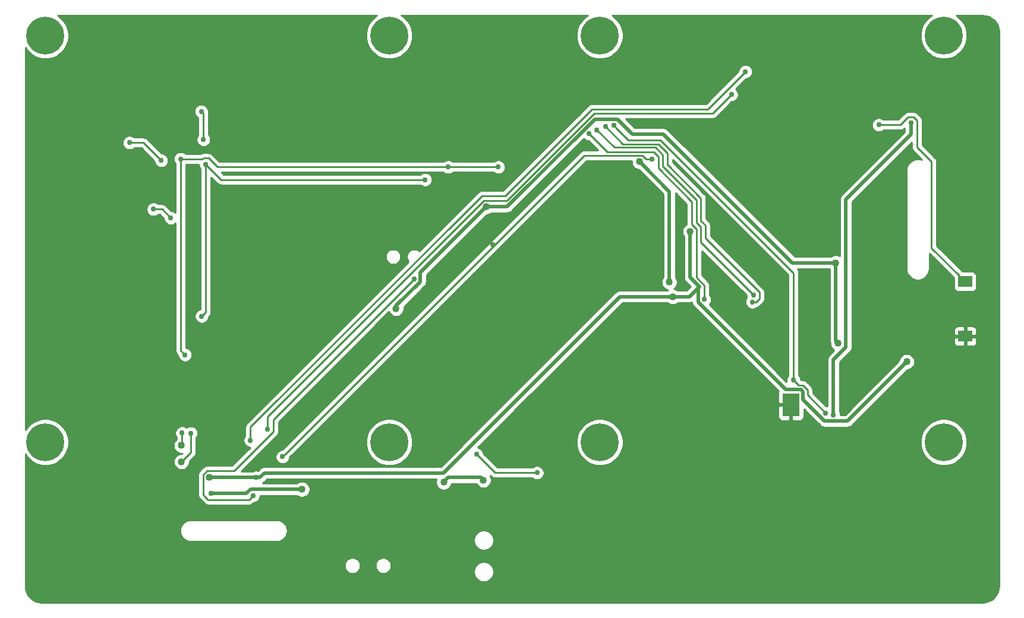
<source format=gbl>
G04 #@! TF.GenerationSoftware,KiCad,Pcbnew,5.0.1-33cea8e~66~ubuntu18.04.1*
G04 #@! TF.CreationDate,2018-10-14T22:24:42+03:00*
G04 #@! TF.ProjectId,AA-PI-Display-Board-RaspberryPi3,41412D50492D446973706C61792D426F,02*
G04 #@! TF.SameCoordinates,Original*
G04 #@! TF.FileFunction,Copper,L2,Bot,Signal*
G04 #@! TF.FilePolarity,Positive*
%FSLAX46Y46*%
G04 Gerber Fmt 4.6, Leading zero omitted, Abs format (unit mm)*
G04 Created by KiCad (PCBNEW 5.0.1-33cea8e~66~ubuntu18.04.1) date Sun 14 Oct 2018 22:24:42 MSK*
%MOMM*%
%LPD*%
G01*
G04 APERTURE LIST*
G04 #@! TA.AperFunction,ComponentPad*
%ADD10R,2.410000X3.290000*%
G04 #@! TD*
G04 #@! TA.AperFunction,ComponentPad*
%ADD11C,5.400000*%
G04 #@! TD*
G04 #@! TA.AperFunction,SMDPad,CuDef*
%ADD12R,2.000000X1.600000*%
G04 #@! TD*
G04 #@! TA.AperFunction,ViaPad*
%ADD13C,0.762000*%
G04 #@! TD*
G04 #@! TA.AperFunction,ViaPad*
%ADD14C,1.016000*%
G04 #@! TD*
G04 #@! TA.AperFunction,Conductor*
%ADD15C,0.254000*%
G04 #@! TD*
G04 #@! TA.AperFunction,Conductor*
%ADD16C,0.508000*%
G04 #@! TD*
G04 APERTURE END LIST*
D10*
G04 #@! TO.P,U5,17*
G04 #@! TO.N,GND*
X160520000Y-110872000D03*
G04 #@! TD*
D11*
G04 #@! TO.P,SS8,1*
G04 #@! TO.N,N/C*
X103300000Y-116200000D03*
G04 #@! TD*
G04 #@! TO.P,SS7,1*
G04 #@! TO.N,N/C*
X54300000Y-116200000D03*
G04 #@! TD*
G04 #@! TO.P,SS6,1*
G04 #@! TO.N,N/C*
X103300000Y-58200000D03*
G04 #@! TD*
G04 #@! TO.P,SS5,1*
G04 #@! TO.N,N/C*
X54300000Y-58200000D03*
G04 #@! TD*
G04 #@! TO.P,SS4,1*
G04 #@! TO.N,N/C*
X182300000Y-116200000D03*
G04 #@! TD*
G04 #@! TO.P,SS3,1*
G04 #@! TO.N,N/C*
X133300000Y-116200000D03*
G04 #@! TD*
G04 #@! TO.P,SS1,1*
G04 #@! TO.N,N/C*
X133300000Y-58200000D03*
G04 #@! TD*
G04 #@! TO.P,SS2,1*
G04 #@! TO.N,N/C*
X182300000Y-58200000D03*
G04 #@! TD*
D12*
G04 #@! TO.P,SW1,1*
G04 #@! TO.N,GND*
X185350000Y-101100000D03*
G04 #@! TO.P,SW1,2*
G04 #@! TO.N,Net-(C1-Pad1)*
X185350000Y-93300000D03*
G04 #@! TD*
D13*
G04 #@! TO.N,Net-(C1-Pad1)*
X173044000Y-70962400D03*
D14*
G04 #@! TO.N,V_SW*
X143200000Y-93370000D03*
X138950200Y-76210990D03*
D13*
G04 #@! TO.N,GND*
X130000000Y-97000000D03*
X163035000Y-114207900D03*
X85000000Y-135000000D03*
X90000000Y-115000000D03*
X155000000Y-90000000D03*
X165000000Y-102000000D03*
X145000000Y-88000000D03*
X136000000Y-82000000D03*
X70000000Y-135000000D03*
X55000000Y-128000000D03*
X55000000Y-88000000D03*
X90000000Y-88000000D03*
X90000000Y-58000000D03*
X70000000Y-58000000D03*
X118000000Y-58000000D03*
X145000000Y-58000000D03*
X170000000Y-58000000D03*
X145000000Y-135000000D03*
X170000000Y-135000000D03*
X116090000Y-79730000D03*
X145000000Y-123000000D03*
X145000000Y-110000000D03*
X170000000Y-82000000D03*
X118000000Y-88000000D03*
X186000000Y-82000000D03*
X186000000Y-128000000D03*
G04 #@! TO.N,V_LOAD*
X166577800Y-112290700D03*
X177607800Y-70703400D03*
D14*
G04 #@! TO.N,+5V*
X167236400Y-102085300D03*
X166922600Y-90640900D03*
X104273800Y-97152300D03*
X117114900Y-82612000D03*
G04 #@! TO.N,+3V3*
X177038400Y-104731100D03*
X77684700Y-121201800D03*
X143690000Y-95440000D03*
D13*
X84295500Y-121251400D03*
D14*
X146154300Y-86153600D03*
D13*
G04 #@! TO.N,Net-(C16-Pad1)*
X72174023Y-84224023D03*
X69700521Y-82982028D03*
G04 #@! TO.N,Net-(C19-Pad1)*
X76832700Y-73046200D03*
X76520000Y-69040000D03*
G04 #@! TO.N,I2C_SDA*
X75030000Y-114910000D03*
D14*
X73710000Y-119000000D03*
D13*
X76577600Y-98249900D03*
X108414900Y-78762100D03*
X77170000Y-76587200D03*
G04 #@! TO.N,I2C_SCL*
X73770000Y-114900000D03*
X118820000Y-76960000D03*
X74216800Y-103755700D03*
X73587900Y-75811300D03*
X111685100Y-76968400D03*
D14*
X73700000Y-116678210D03*
D13*
G04 #@! TO.N,DSI_D0_N*
X154049500Y-63354400D03*
X83529800Y-115942200D03*
G04 #@! TO.N,DSI_CLK_P*
X152042700Y-66635100D03*
X85904000Y-114344800D03*
G04 #@! TO.N,DSI_D1_N*
X140734700Y-75845700D03*
X88100000Y-118278500D03*
G04 #@! TO.N,PWM_CABC*
X106825400Y-92957900D03*
X83907400Y-123814800D03*
G04 #@! TO.N,CHRG_PG*
X131748400Y-72197900D03*
X148185100Y-95855000D03*
G04 #@! TO.N,CHRG_STAT1*
X132872100Y-71679200D03*
X155168600Y-95200200D03*
G04 #@! TO.N,CHRG_STAT2*
X134097000Y-71197500D03*
X155021875Y-96219367D03*
G04 #@! TO.N,LOW_BATT*
X165430900Y-112044900D03*
X160888800Y-107326300D03*
X135265600Y-71019010D03*
G04 #@! TO.N,I2S_BCLK*
X70828300Y-76036600D03*
X66300000Y-73500000D03*
G04 #@! TO.N,Net-(Q5-Pad1)*
X124351300Y-120561900D03*
X115724100Y-117931600D03*
D14*
G04 #@! TO.N,/V_USB*
X116722100Y-121600000D03*
X111050000Y-121918790D03*
D13*
G04 #@! TO.N,/V_F2*
X77883600Y-123535900D03*
D14*
X90861000Y-122927000D03*
G04 #@! TD*
D15*
G04 #@! TO.N,Net-(C1-Pad1)*
X176091400Y-70962400D02*
X173044000Y-70962400D01*
X177239500Y-69814300D02*
X176091400Y-70962400D01*
X178496900Y-70335100D02*
X177976100Y-69814300D01*
X184477000Y-92627000D02*
X184477000Y-92447400D01*
X178496900Y-74146900D02*
X178496900Y-70335100D01*
X177976100Y-69814300D02*
X177239500Y-69814300D01*
X184477000Y-92447400D02*
X180550000Y-88520400D01*
X180550000Y-76200000D02*
X178496900Y-74146900D01*
X185350000Y-93300000D02*
X184477000Y-92627000D01*
X180550000Y-88520400D02*
X180550000Y-76200000D01*
D16*
G04 #@! TO.N,V_SW*
X143210000Y-80470790D02*
X139458199Y-76718989D01*
X139458199Y-76718989D02*
X138950200Y-76210990D01*
X143210000Y-93370000D02*
X143210000Y-80470790D01*
D15*
G04 #@! TO.N,GND*
X160710000Y-113400000D02*
X160520000Y-113210000D01*
X163035000Y-114207900D02*
X162227100Y-113400000D01*
X160520000Y-113210000D02*
X160520000Y-110872000D01*
X162227100Y-113400000D02*
X160710000Y-113400000D01*
X170282100Y-114207900D02*
X163035000Y-114207900D01*
X185350000Y-101100000D02*
X183590000Y-101100000D01*
X182717000Y-101773000D02*
X170282100Y-114207900D01*
X183590000Y-101773000D02*
X182717000Y-101773000D01*
X183590000Y-101100000D02*
X183590000Y-101773000D01*
D16*
G04 #@! TO.N,V_LOAD*
X177607800Y-71592200D02*
X177607800Y-70703400D01*
X177607800Y-72292200D02*
X177607800Y-71542200D01*
X168350000Y-102650000D02*
X168350000Y-81550000D01*
X166577800Y-112290700D02*
X166577800Y-104422200D01*
X168350000Y-81550000D02*
X177607800Y-72292200D01*
X166577800Y-104422200D02*
X168350000Y-102650000D01*
G04 #@! TO.N,+5V*
X104273800Y-97152300D02*
X104273800Y-96766900D01*
X104273800Y-96766900D02*
X107714500Y-93326200D01*
X107714500Y-93326200D02*
X107714500Y-92012400D01*
X107714500Y-92012400D02*
X117114900Y-82612000D01*
X166922600Y-90640900D02*
X166922600Y-101771500D01*
X166922600Y-101771500D02*
X167236400Y-102085300D01*
X132558900Y-70130000D02*
X135820000Y-70130000D01*
X117114900Y-82612000D02*
X120076900Y-82612000D01*
X120076900Y-82612000D02*
X132558900Y-70130000D01*
X160740900Y-90640900D02*
X166922600Y-90640900D01*
X142372400Y-72272400D02*
X160740900Y-90640900D01*
X135800800Y-70130000D02*
X137943200Y-72272400D01*
X137943200Y-72272400D02*
X142372400Y-72272400D01*
G04 #@! TO.N,+3V3*
X177038400Y-104731100D02*
X168589700Y-113179800D01*
X168589700Y-113179800D02*
X166946100Y-113179800D01*
X166946100Y-113179800D02*
X166209500Y-113179800D01*
X166209500Y-113179800D02*
X165308400Y-113179800D01*
X165308400Y-113179800D02*
X165062600Y-112934000D01*
X165062600Y-112934000D02*
X164541800Y-112413200D01*
X164541800Y-112413200D02*
X162233100Y-110104500D01*
X162233100Y-110104500D02*
X162233100Y-109016500D01*
X162233100Y-109016500D02*
X161935500Y-108718900D01*
X161935500Y-108718900D02*
X161808500Y-108718900D01*
X161808500Y-108718900D02*
X159791600Y-108718900D01*
X159791600Y-108718900D02*
X147816800Y-96744100D01*
X147816800Y-96744100D02*
X147296000Y-96223300D01*
X147296000Y-96223300D02*
X147296000Y-95486700D01*
X147296000Y-95486700D02*
X147296000Y-94175000D01*
X147296000Y-94175000D02*
X147463300Y-94007700D01*
X146154300Y-86153600D02*
X146154300Y-92698700D01*
X146154300Y-92698700D02*
X147463300Y-94007700D01*
X84295500Y-121251400D02*
X77734300Y-121251400D01*
X77734300Y-121251400D02*
X77684700Y-121201800D01*
X147463300Y-94007700D02*
X146037500Y-95433500D01*
X146037500Y-95433500D02*
X144268300Y-95433500D01*
X84834315Y-121251400D02*
X84295500Y-121251400D01*
X85485715Y-120600000D02*
X84834315Y-121251400D01*
X144268300Y-95433500D02*
X136166500Y-95433500D01*
X111000000Y-120600000D02*
X85485715Y-120600000D01*
X136166500Y-95433500D02*
X111000000Y-120600000D01*
D15*
G04 #@! TO.N,Net-(C16-Pad1)*
X70239336Y-82982028D02*
X69700521Y-82982028D01*
X70932028Y-82982028D02*
X70239336Y-82982028D01*
X72174023Y-84224023D02*
X70932028Y-82982028D01*
G04 #@! TO.N,Net-(C19-Pad1)*
X76832700Y-69342700D02*
X76832700Y-73046200D01*
X76500000Y-69010000D02*
X76832700Y-69342700D01*
G04 #@! TO.N,I2C_SDA*
X108414900Y-78762100D02*
X79344900Y-78762100D01*
X79344900Y-78762100D02*
X77170000Y-76587200D01*
X76577600Y-98249900D02*
X77180000Y-97647500D01*
X77180000Y-76597200D02*
X77170000Y-76587200D01*
X77180000Y-97647500D02*
X77180000Y-76597200D01*
X75030000Y-117680000D02*
X73710000Y-119000000D01*
X75030000Y-114910000D02*
X75030000Y-117680000D01*
G04 #@! TO.N,I2C_SCL*
X74216800Y-103755700D02*
X73587900Y-103126800D01*
X73587900Y-103126800D02*
X73587900Y-75811300D01*
X111685100Y-76968400D02*
X118911700Y-76968400D01*
X111685100Y-76968400D02*
X78808600Y-76968400D01*
X78808600Y-76968400D02*
X77538300Y-75698100D01*
X77538300Y-75698100D02*
X76801700Y-75698100D01*
X76801700Y-75698100D02*
X76688500Y-75811300D01*
X76688500Y-75811300D02*
X73587900Y-75811300D01*
X73770000Y-114900000D02*
X73770000Y-116608210D01*
X73770000Y-116608210D02*
X73700000Y-116678210D01*
G04 #@! TO.N,DSI_D0_N*
X154049500Y-63354400D02*
X148711000Y-68692900D01*
X148711000Y-68692900D02*
X132187100Y-68692900D01*
X115590700Y-81980700D02*
X83529800Y-114041600D01*
X130854000Y-70038600D02*
X119804800Y-81087800D01*
X116483600Y-81087800D02*
X115590700Y-81980700D01*
X119804800Y-81087800D02*
X116483600Y-81087800D01*
X83529800Y-114041600D02*
X83529800Y-115942200D01*
X132187100Y-68692900D02*
X130840000Y-70040000D01*
G04 #@! TO.N,DSI_CLK_P*
X85904000Y-112565500D02*
X85904000Y-114344800D01*
X116746600Y-81722900D02*
X85904000Y-112565500D01*
X120067900Y-81722900D02*
X116746600Y-81722900D01*
X132480800Y-69310000D02*
X120067900Y-81722900D01*
X132485011Y-69314989D02*
X132460000Y-69340000D01*
X152042700Y-66635100D02*
X149362811Y-69314989D01*
X149362811Y-69314989D02*
X132485011Y-69314989D01*
G04 #@! TO.N,DSI_D1_N*
X139376921Y-75321989D02*
X131056511Y-75321989D01*
X88480999Y-117897501D02*
X88100000Y-118278500D01*
X131056511Y-75321989D02*
X88480999Y-117897501D01*
X139900632Y-75845700D02*
X139376921Y-75321989D01*
X140734700Y-75845700D02*
X139900632Y-75845700D01*
G04 #@! TO.N,PWM_CABC*
X106825400Y-92957900D02*
X86793100Y-112990200D01*
X86793100Y-112990200D02*
X86793100Y-114713100D01*
X86793100Y-114713100D02*
X86272300Y-115233900D01*
X86272300Y-115233900D02*
X81193500Y-120312700D01*
X81193500Y-120312700D02*
X77316400Y-120312700D01*
X77316400Y-120312700D02*
X76795600Y-120833500D01*
X76795600Y-120833500D02*
X76795600Y-121570100D01*
X76795600Y-121570100D02*
X76795600Y-123705300D01*
X76795600Y-123705300D02*
X76994500Y-123904200D01*
X76994500Y-123904200D02*
X77515300Y-124425000D01*
X77515300Y-124425000D02*
X78251900Y-124425000D01*
X78251900Y-124425000D02*
X83297200Y-124425000D01*
X83297200Y-124425000D02*
X83907400Y-123814800D01*
G04 #@! TO.N,CHRG_PG*
X148185100Y-95316185D02*
X148185100Y-95855000D01*
X148185100Y-93831300D02*
X148185100Y-95316185D01*
X147043400Y-92689600D02*
X148185100Y-93831300D01*
X147043400Y-85785300D02*
X147043400Y-92689600D01*
X146418800Y-85160700D02*
X147043400Y-85785300D01*
X134364478Y-74813978D02*
X140960378Y-74813978D01*
X131748400Y-72197900D02*
X134364478Y-74813978D01*
X140960378Y-74813978D02*
X141623800Y-75477400D01*
X141623800Y-75477400D02*
X141623800Y-77118700D01*
X146418800Y-81913700D02*
X146418800Y-85160700D01*
X141623800Y-77118700D02*
X146418800Y-81913700D01*
G04 #@! TO.N,CHRG_STAT1*
X147678500Y-85522300D02*
X147678500Y-87710100D01*
X147053900Y-84897700D02*
X147678500Y-85522300D01*
X132872100Y-71679200D02*
X135370600Y-74177700D01*
X147678500Y-87710100D02*
X155168600Y-95200200D01*
X135370600Y-74177700D02*
X141222200Y-74177700D01*
X147053900Y-81650700D02*
X147053900Y-84897700D01*
X141222200Y-74177700D02*
X142258900Y-75214400D01*
X142258900Y-75214400D02*
X142258900Y-76855700D01*
X142258900Y-76855700D02*
X147053900Y-81650700D01*
G04 #@! TO.N,CHRG_STAT2*
X147689000Y-84634600D02*
X148313600Y-85259200D01*
X142894000Y-74951300D02*
X142894000Y-76592600D01*
X155560690Y-96219367D02*
X155021875Y-96219367D01*
X148313600Y-87087800D02*
X156057700Y-94831900D01*
X142894000Y-76592600D02*
X147689000Y-81387600D01*
X141629100Y-73686400D02*
X142894000Y-74951300D01*
X156057700Y-94831900D02*
X156057700Y-95722357D01*
X134097000Y-71197500D02*
X136585900Y-73686400D01*
X136585900Y-73686400D02*
X141629100Y-73686400D01*
X156057700Y-95722357D02*
X155560690Y-96219367D01*
X147689000Y-81387600D02*
X147689000Y-84634600D01*
X148313600Y-85259200D02*
X148313600Y-87087800D01*
G04 #@! TO.N,LOW_BATT*
X165430900Y-112044900D02*
X162868200Y-109482200D01*
X162868200Y-109482200D02*
X162868200Y-108753500D01*
X162868200Y-108753500D02*
X162198500Y-108083800D01*
X162198500Y-108083800D02*
X162071500Y-108083800D01*
X162071500Y-108083800D02*
X161646300Y-108083800D01*
X161646300Y-108083800D02*
X160888800Y-107326300D01*
X135646599Y-71400009D02*
X135265600Y-71019010D01*
X141930900Y-73090000D02*
X137336590Y-73090000D01*
X160888800Y-107326300D02*
X160888800Y-92047900D01*
X137336590Y-73090000D02*
X135646599Y-71400009D01*
X160888800Y-92047900D02*
X141930900Y-73090000D01*
G04 #@! TO.N,I2S_BCLK*
X68291700Y-73500000D02*
X70828300Y-76036600D01*
X66300000Y-73500000D02*
X68291700Y-73500000D01*
G04 #@! TO.N,Net-(Q5-Pad1)*
X124351300Y-120561900D02*
X118354400Y-120561900D01*
X118354400Y-120561900D02*
X115724100Y-117931600D01*
D16*
G04 #@! TO.N,/V_USB*
X111718790Y-121250000D02*
X111050000Y-121918790D01*
X116372100Y-121250000D02*
X111718790Y-121250000D01*
X116722100Y-121600000D02*
X116372100Y-121250000D01*
G04 #@! TO.N,/V_F2*
X77883600Y-123535900D02*
X82928900Y-123535900D01*
X82928900Y-123535900D02*
X83539100Y-122925700D01*
X83539100Y-122925700D02*
X84275700Y-122925700D01*
X84275700Y-122925700D02*
X84277000Y-122927000D01*
X84277000Y-122927000D02*
X90861000Y-122927000D01*
G04 #@! TD*
D15*
G04 #@! TO.N,GND*
G36*
X101174061Y-55609536D02*
X100709536Y-56074061D01*
X100344561Y-56620285D01*
X100093162Y-57227216D01*
X99965000Y-57871531D01*
X99965000Y-58528469D01*
X100093162Y-59172784D01*
X100344561Y-59779715D01*
X100709536Y-60325939D01*
X101174061Y-60790464D01*
X101720285Y-61155439D01*
X102327216Y-61406838D01*
X102971531Y-61535000D01*
X103628469Y-61535000D01*
X104272784Y-61406838D01*
X104879715Y-61155439D01*
X105425939Y-60790464D01*
X105890464Y-60325939D01*
X106255439Y-59779715D01*
X106506838Y-59172784D01*
X106635000Y-58528469D01*
X106635000Y-57871531D01*
X106506838Y-57227216D01*
X106255439Y-56620285D01*
X105890464Y-56074061D01*
X105425939Y-55609536D01*
X105034074Y-55347700D01*
X131565926Y-55347700D01*
X131174061Y-55609536D01*
X130709536Y-56074061D01*
X130344561Y-56620285D01*
X130093162Y-57227216D01*
X129965000Y-57871531D01*
X129965000Y-58528469D01*
X130093162Y-59172784D01*
X130344561Y-59779715D01*
X130709536Y-60325939D01*
X131174061Y-60790464D01*
X131720285Y-61155439D01*
X132327216Y-61406838D01*
X132971531Y-61535000D01*
X133628469Y-61535000D01*
X134272784Y-61406838D01*
X134879715Y-61155439D01*
X135425939Y-60790464D01*
X135890464Y-60325939D01*
X136255439Y-59779715D01*
X136506838Y-59172784D01*
X136635000Y-58528469D01*
X136635000Y-57871531D01*
X136506838Y-57227216D01*
X136255439Y-56620285D01*
X135890464Y-56074061D01*
X135425939Y-55609536D01*
X135034074Y-55347700D01*
X180565926Y-55347700D01*
X180174061Y-55609536D01*
X179709536Y-56074061D01*
X179344561Y-56620285D01*
X179093162Y-57227216D01*
X178965000Y-57871531D01*
X178965000Y-58528469D01*
X179093162Y-59172784D01*
X179344561Y-59779715D01*
X179709536Y-60325939D01*
X180174061Y-60790464D01*
X180720285Y-61155439D01*
X181327216Y-61406838D01*
X181971531Y-61535000D01*
X182628469Y-61535000D01*
X183272784Y-61406838D01*
X183879715Y-61155439D01*
X184425939Y-60790464D01*
X184890464Y-60325939D01*
X185255439Y-59779715D01*
X185506838Y-59172784D01*
X185635000Y-58528469D01*
X185635000Y-57871531D01*
X185506838Y-57227216D01*
X185255439Y-56620285D01*
X184890464Y-56074061D01*
X184425939Y-55609536D01*
X184034074Y-55347700D01*
X187768319Y-55347700D01*
X188256294Y-55395547D01*
X188695211Y-55528063D01*
X189100026Y-55743308D01*
X189455321Y-56033079D01*
X189747570Y-56386346D01*
X189965634Y-56789650D01*
X190101212Y-57227626D01*
X190152301Y-57713706D01*
X190152300Y-136668319D01*
X190104453Y-137156296D01*
X189971937Y-137595212D01*
X189756695Y-138000023D01*
X189466919Y-138355323D01*
X189113654Y-138647570D01*
X188710350Y-138865635D01*
X188272370Y-139001213D01*
X187786303Y-139052300D01*
X53831681Y-139052300D01*
X53343704Y-139004453D01*
X52904788Y-138871937D01*
X52499977Y-138656695D01*
X52144677Y-138366919D01*
X51852430Y-138013654D01*
X51634365Y-137610350D01*
X51498787Y-137172370D01*
X51447700Y-136686303D01*
X51447700Y-133688212D01*
X96915000Y-133688212D01*
X96915000Y-133911788D01*
X96958617Y-134131067D01*
X97044176Y-134337624D01*
X97168388Y-134523520D01*
X97326480Y-134681612D01*
X97512376Y-134805824D01*
X97718933Y-134891383D01*
X97938212Y-134935000D01*
X98161788Y-134935000D01*
X98381067Y-134891383D01*
X98587624Y-134805824D01*
X98773520Y-134681612D01*
X98931612Y-134523520D01*
X99055824Y-134337624D01*
X99141383Y-134131067D01*
X99185000Y-133911788D01*
X99185000Y-133688212D01*
X101315000Y-133688212D01*
X101315000Y-133911788D01*
X101358617Y-134131067D01*
X101444176Y-134337624D01*
X101568388Y-134523520D01*
X101726480Y-134681612D01*
X101912376Y-134805824D01*
X102118933Y-134891383D01*
X102338212Y-134935000D01*
X102561788Y-134935000D01*
X102781067Y-134891383D01*
X102987624Y-134805824D01*
X103173520Y-134681612D01*
X103296467Y-134558665D01*
X115315000Y-134558665D01*
X115315000Y-134841335D01*
X115370147Y-135118574D01*
X115478320Y-135379727D01*
X115635363Y-135614759D01*
X115835241Y-135814637D01*
X116070273Y-135971680D01*
X116331426Y-136079853D01*
X116608665Y-136135000D01*
X116891335Y-136135000D01*
X117168574Y-136079853D01*
X117429727Y-135971680D01*
X117664759Y-135814637D01*
X117864637Y-135614759D01*
X118021680Y-135379727D01*
X118129853Y-135118574D01*
X118185000Y-134841335D01*
X118185000Y-134558665D01*
X118129853Y-134281426D01*
X118021680Y-134020273D01*
X117864637Y-133785241D01*
X117664759Y-133585363D01*
X117429727Y-133428320D01*
X117168574Y-133320147D01*
X116891335Y-133265000D01*
X116608665Y-133265000D01*
X116331426Y-133320147D01*
X116070273Y-133428320D01*
X115835241Y-133585363D01*
X115635363Y-133785241D01*
X115478320Y-134020273D01*
X115370147Y-134281426D01*
X115315000Y-134558665D01*
X103296467Y-134558665D01*
X103331612Y-134523520D01*
X103455824Y-134337624D01*
X103541383Y-134131067D01*
X103585000Y-133911788D01*
X103585000Y-133688212D01*
X103541383Y-133468933D01*
X103455824Y-133262376D01*
X103331612Y-133076480D01*
X103173520Y-132918388D01*
X102987624Y-132794176D01*
X102781067Y-132708617D01*
X102561788Y-132665000D01*
X102338212Y-132665000D01*
X102118933Y-132708617D01*
X101912376Y-132794176D01*
X101726480Y-132918388D01*
X101568388Y-133076480D01*
X101444176Y-133262376D01*
X101358617Y-133468933D01*
X101315000Y-133688212D01*
X99185000Y-133688212D01*
X99141383Y-133468933D01*
X99055824Y-133262376D01*
X98931612Y-133076480D01*
X98773520Y-132918388D01*
X98587624Y-132794176D01*
X98381067Y-132708617D01*
X98161788Y-132665000D01*
X97938212Y-132665000D01*
X97718933Y-132708617D01*
X97512376Y-132794176D01*
X97326480Y-132918388D01*
X97168388Y-133076480D01*
X97044176Y-133262376D01*
X96958617Y-133468933D01*
X96915000Y-133688212D01*
X51447700Y-133688212D01*
X51447700Y-128810000D01*
X73507573Y-128810000D01*
X73537210Y-129110913D01*
X73624983Y-129400261D01*
X73767519Y-129666927D01*
X73959339Y-129900661D01*
X74193073Y-130092481D01*
X74459739Y-130235017D01*
X74749087Y-130322790D01*
X74974592Y-130345000D01*
X87325408Y-130345000D01*
X87550913Y-130322790D01*
X87840261Y-130235017D01*
X88106927Y-130092481D01*
X88148132Y-130058665D01*
X115315000Y-130058665D01*
X115315000Y-130341335D01*
X115370147Y-130618574D01*
X115478320Y-130879727D01*
X115635363Y-131114759D01*
X115835241Y-131314637D01*
X116070273Y-131471680D01*
X116331426Y-131579853D01*
X116608665Y-131635000D01*
X116891335Y-131635000D01*
X117168574Y-131579853D01*
X117429727Y-131471680D01*
X117664759Y-131314637D01*
X117864637Y-131114759D01*
X118021680Y-130879727D01*
X118129853Y-130618574D01*
X118185000Y-130341335D01*
X118185000Y-130058665D01*
X118129853Y-129781426D01*
X118021680Y-129520273D01*
X117864637Y-129285241D01*
X117664759Y-129085363D01*
X117429727Y-128928320D01*
X117168574Y-128820147D01*
X116891335Y-128765000D01*
X116608665Y-128765000D01*
X116331426Y-128820147D01*
X116070273Y-128928320D01*
X115835241Y-129085363D01*
X115635363Y-129285241D01*
X115478320Y-129520273D01*
X115370147Y-129781426D01*
X115315000Y-130058665D01*
X88148132Y-130058665D01*
X88340661Y-129900661D01*
X88532481Y-129666927D01*
X88675017Y-129400261D01*
X88762790Y-129110913D01*
X88792427Y-128810000D01*
X88762790Y-128509087D01*
X88675017Y-128219739D01*
X88532481Y-127953073D01*
X88340661Y-127719339D01*
X88106927Y-127527519D01*
X87840261Y-127384983D01*
X87550913Y-127297210D01*
X87325408Y-127275000D01*
X74974592Y-127275000D01*
X74749087Y-127297210D01*
X74459739Y-127384983D01*
X74193073Y-127527519D01*
X73959339Y-127719339D01*
X73767519Y-127953073D01*
X73624983Y-128219739D01*
X73537210Y-128509087D01*
X73507573Y-128810000D01*
X51447700Y-128810000D01*
X51447700Y-120833500D01*
X76029914Y-120833500D01*
X76033600Y-120870923D01*
X76033600Y-121532675D01*
X76033601Y-123667867D01*
X76029914Y-123705300D01*
X76044627Y-123854678D01*
X76088199Y-123998315D01*
X76158955Y-124130692D01*
X76230321Y-124217651D01*
X76254179Y-124246722D01*
X76283249Y-124270579D01*
X76429221Y-124416551D01*
X76950020Y-124937351D01*
X76973878Y-124966422D01*
X77089908Y-125061645D01*
X77222285Y-125132402D01*
X77365922Y-125175974D01*
X77477874Y-125187000D01*
X77477876Y-125187000D01*
X77515299Y-125190686D01*
X77552722Y-125187000D01*
X83259777Y-125187000D01*
X83297200Y-125190686D01*
X83334623Y-125187000D01*
X83334626Y-125187000D01*
X83446578Y-125175974D01*
X83590215Y-125132402D01*
X83722592Y-125061645D01*
X83838622Y-124966422D01*
X83862483Y-124937347D01*
X83969030Y-124830800D01*
X84007467Y-124830800D01*
X84203756Y-124791756D01*
X84388656Y-124715168D01*
X84555062Y-124603979D01*
X84696579Y-124462462D01*
X84807768Y-124296056D01*
X84884356Y-124111156D01*
X84923400Y-123914867D01*
X84923400Y-123816000D01*
X90134137Y-123816000D01*
X90319587Y-123939913D01*
X90527599Y-124026075D01*
X90748424Y-124070000D01*
X90973576Y-124070000D01*
X91194401Y-124026075D01*
X91402413Y-123939913D01*
X91589620Y-123814826D01*
X91748826Y-123655620D01*
X91873913Y-123468413D01*
X91960075Y-123260401D01*
X92004000Y-123039576D01*
X92004000Y-122814424D01*
X91960075Y-122593599D01*
X91873913Y-122385587D01*
X91748826Y-122198380D01*
X91589620Y-122039174D01*
X91402413Y-121914087D01*
X91194401Y-121827925D01*
X90973576Y-121784000D01*
X90748424Y-121784000D01*
X90527599Y-121827925D01*
X90319587Y-121914087D01*
X90134137Y-122038000D01*
X85248574Y-122038000D01*
X85330606Y-121994153D01*
X85465974Y-121883059D01*
X85493813Y-121849137D01*
X85853951Y-121489000D01*
X109990851Y-121489000D01*
X109950925Y-121585389D01*
X109907000Y-121806214D01*
X109907000Y-122031366D01*
X109950925Y-122252191D01*
X110037087Y-122460203D01*
X110162174Y-122647410D01*
X110321380Y-122806616D01*
X110508587Y-122931703D01*
X110716599Y-123017865D01*
X110937424Y-123061790D01*
X111162576Y-123061790D01*
X111383401Y-123017865D01*
X111591413Y-122931703D01*
X111778620Y-122806616D01*
X111937826Y-122647410D01*
X112062913Y-122460203D01*
X112149075Y-122252191D01*
X112171590Y-122139000D01*
X115708187Y-122139000D01*
X115709187Y-122141413D01*
X115834274Y-122328620D01*
X115993480Y-122487826D01*
X116180687Y-122612913D01*
X116388699Y-122699075D01*
X116609524Y-122743000D01*
X116834676Y-122743000D01*
X117055501Y-122699075D01*
X117263513Y-122612913D01*
X117450720Y-122487826D01*
X117609926Y-122328620D01*
X117735013Y-122141413D01*
X117821175Y-121933401D01*
X117865100Y-121712576D01*
X117865100Y-121487424D01*
X117821175Y-121266599D01*
X117735013Y-121058587D01*
X117657603Y-120942734D01*
X117789121Y-121074252D01*
X117812978Y-121103322D01*
X117842048Y-121127179D01*
X117929007Y-121198545D01*
X117949619Y-121209562D01*
X118061385Y-121269302D01*
X118205022Y-121312874D01*
X118316974Y-121323900D01*
X118316977Y-121323900D01*
X118354400Y-121327586D01*
X118391823Y-121323900D01*
X123676459Y-121323900D01*
X123703638Y-121351079D01*
X123870044Y-121462268D01*
X124054944Y-121538856D01*
X124251233Y-121577900D01*
X124451367Y-121577900D01*
X124647656Y-121538856D01*
X124832556Y-121462268D01*
X124998962Y-121351079D01*
X125140479Y-121209562D01*
X125251668Y-121043156D01*
X125328256Y-120858256D01*
X125367300Y-120661967D01*
X125367300Y-120461833D01*
X125328256Y-120265544D01*
X125251668Y-120080644D01*
X125140479Y-119914238D01*
X124998962Y-119772721D01*
X124832556Y-119661532D01*
X124647656Y-119584944D01*
X124451367Y-119545900D01*
X124251233Y-119545900D01*
X124054944Y-119584944D01*
X123870044Y-119661532D01*
X123703638Y-119772721D01*
X123676459Y-119799900D01*
X118670031Y-119799900D01*
X116740100Y-117869970D01*
X116740100Y-117831533D01*
X116701056Y-117635244D01*
X116624468Y-117450344D01*
X116513279Y-117283938D01*
X116371762Y-117142421D01*
X116205356Y-117031232D01*
X116020456Y-116954644D01*
X115922146Y-116935089D01*
X116985704Y-115871531D01*
X129965000Y-115871531D01*
X129965000Y-116528469D01*
X130093162Y-117172784D01*
X130344561Y-117779715D01*
X130709536Y-118325939D01*
X131174061Y-118790464D01*
X131720285Y-119155439D01*
X132327216Y-119406838D01*
X132971531Y-119535000D01*
X133628469Y-119535000D01*
X134272784Y-119406838D01*
X134879715Y-119155439D01*
X135425939Y-118790464D01*
X135890464Y-118325939D01*
X136255439Y-117779715D01*
X136506838Y-117172784D01*
X136635000Y-116528469D01*
X136635000Y-115871531D01*
X178965000Y-115871531D01*
X178965000Y-116528469D01*
X179093162Y-117172784D01*
X179344561Y-117779715D01*
X179709536Y-118325939D01*
X180174061Y-118790464D01*
X180720285Y-119155439D01*
X181327216Y-119406838D01*
X181971531Y-119535000D01*
X182628469Y-119535000D01*
X183272784Y-119406838D01*
X183879715Y-119155439D01*
X184425939Y-118790464D01*
X184890464Y-118325939D01*
X185255439Y-117779715D01*
X185506838Y-117172784D01*
X185635000Y-116528469D01*
X185635000Y-115871531D01*
X185506838Y-115227216D01*
X185255439Y-114620285D01*
X184890464Y-114074061D01*
X184425939Y-113609536D01*
X183879715Y-113244561D01*
X183272784Y-112993162D01*
X182628469Y-112865000D01*
X181971531Y-112865000D01*
X181327216Y-112993162D01*
X180720285Y-113244561D01*
X180174061Y-113609536D01*
X179709536Y-114074061D01*
X179344561Y-114620285D01*
X179093162Y-115227216D01*
X178965000Y-115871531D01*
X136635000Y-115871531D01*
X136506838Y-115227216D01*
X136255439Y-114620285D01*
X135890464Y-114074061D01*
X135425939Y-113609536D01*
X134879715Y-113244561D01*
X134272784Y-112993162D01*
X133628469Y-112865000D01*
X132971531Y-112865000D01*
X132327216Y-112993162D01*
X131720285Y-113244561D01*
X131174061Y-113609536D01*
X130709536Y-114074061D01*
X130344561Y-114620285D01*
X130093162Y-115227216D01*
X129965000Y-115871531D01*
X116985704Y-115871531D01*
X121699485Y-111157750D01*
X158680000Y-111157750D01*
X158680000Y-112579542D01*
X158704403Y-112702223D01*
X158752270Y-112817785D01*
X158821763Y-112921789D01*
X158910211Y-113010237D01*
X159014215Y-113079730D01*
X159129777Y-113127597D01*
X159252458Y-113152000D01*
X160234250Y-113152000D01*
X160393000Y-112993250D01*
X160393000Y-110999000D01*
X158838750Y-110999000D01*
X158680000Y-111157750D01*
X121699485Y-111157750D01*
X136534736Y-96322500D01*
X142956054Y-96322500D01*
X142961380Y-96327826D01*
X143148587Y-96452913D01*
X143356599Y-96539075D01*
X143577424Y-96583000D01*
X143802576Y-96583000D01*
X144023401Y-96539075D01*
X144231413Y-96452913D01*
X144418620Y-96327826D01*
X144423946Y-96322500D01*
X145993840Y-96322500D01*
X146037500Y-96326800D01*
X146081160Y-96322500D01*
X146081167Y-96322500D01*
X146211774Y-96309636D01*
X146379351Y-96258803D01*
X146404854Y-96245171D01*
X146407000Y-96266960D01*
X146407000Y-96266966D01*
X146413825Y-96336256D01*
X146419864Y-96397574D01*
X146429627Y-96429759D01*
X146470697Y-96565150D01*
X146553247Y-96719590D01*
X146664341Y-96854959D01*
X146698264Y-96882799D01*
X147157301Y-97341835D01*
X147157305Y-97341840D01*
X158749168Y-108933704D01*
X158704403Y-109041777D01*
X158680000Y-109164458D01*
X158680000Y-110586250D01*
X158838750Y-110745000D01*
X160393000Y-110745000D01*
X160393000Y-110725000D01*
X160647000Y-110725000D01*
X160647000Y-110745000D01*
X160667000Y-110745000D01*
X160667000Y-110999000D01*
X160647000Y-110999000D01*
X160647000Y-112993250D01*
X160805750Y-113152000D01*
X161787542Y-113152000D01*
X161910223Y-113127597D01*
X162025785Y-113079730D01*
X162129789Y-113010237D01*
X162218237Y-112921789D01*
X162287730Y-112817785D01*
X162335597Y-112702223D01*
X162360000Y-112579542D01*
X162360000Y-111488635D01*
X163944059Y-113072695D01*
X163944065Y-113072700D01*
X164403101Y-113531735D01*
X164403105Y-113531740D01*
X164648901Y-113777536D01*
X164676741Y-113811459D01*
X164812109Y-113922553D01*
X164966549Y-114005103D01*
X165086866Y-114041600D01*
X165134125Y-114055936D01*
X165150725Y-114057571D01*
X165264733Y-114068800D01*
X165264740Y-114068800D01*
X165308400Y-114073100D01*
X165352060Y-114068800D01*
X168546040Y-114068800D01*
X168589700Y-114073100D01*
X168633360Y-114068800D01*
X168633367Y-114068800D01*
X168763974Y-114055936D01*
X168931551Y-114005103D01*
X169085991Y-113922553D01*
X169221359Y-113811459D01*
X169249199Y-113777536D01*
X177153048Y-105873688D01*
X177371801Y-105830175D01*
X177579813Y-105744013D01*
X177767020Y-105618926D01*
X177926226Y-105459720D01*
X178051313Y-105272513D01*
X178137475Y-105064501D01*
X178181400Y-104843676D01*
X178181400Y-104618524D01*
X178137475Y-104397699D01*
X178051313Y-104189687D01*
X177926226Y-104002480D01*
X177767020Y-103843274D01*
X177579813Y-103718187D01*
X177371801Y-103632025D01*
X177150976Y-103588100D01*
X176925824Y-103588100D01*
X176704999Y-103632025D01*
X176496987Y-103718187D01*
X176309780Y-103843274D01*
X176150574Y-104002480D01*
X176025487Y-104189687D01*
X175939325Y-104397699D01*
X175895812Y-104616452D01*
X168221465Y-112290800D01*
X167593800Y-112290800D01*
X167593800Y-112190633D01*
X167554756Y-111994344D01*
X167478168Y-111809444D01*
X167466800Y-111792431D01*
X167466800Y-104790435D01*
X168947737Y-103309498D01*
X168981659Y-103281659D01*
X169092753Y-103146291D01*
X169175303Y-102991851D01*
X169223251Y-102833785D01*
X169226136Y-102824276D01*
X169234466Y-102739700D01*
X169239000Y-102693667D01*
X169239000Y-102693661D01*
X169243300Y-102650001D01*
X169239000Y-102606341D01*
X169239000Y-101385750D01*
X183715000Y-101385750D01*
X183715000Y-101962542D01*
X183739403Y-102085223D01*
X183787270Y-102200785D01*
X183856763Y-102304789D01*
X183945211Y-102393237D01*
X184049215Y-102462730D01*
X184164777Y-102510597D01*
X184287458Y-102535000D01*
X185064250Y-102535000D01*
X185223000Y-102376250D01*
X185223000Y-101227000D01*
X185477000Y-101227000D01*
X185477000Y-102376250D01*
X185635750Y-102535000D01*
X186412542Y-102535000D01*
X186535223Y-102510597D01*
X186650785Y-102462730D01*
X186754789Y-102393237D01*
X186843237Y-102304789D01*
X186912730Y-102200785D01*
X186960597Y-102085223D01*
X186985000Y-101962542D01*
X186985000Y-101385750D01*
X186826250Y-101227000D01*
X185477000Y-101227000D01*
X185223000Y-101227000D01*
X183873750Y-101227000D01*
X183715000Y-101385750D01*
X169239000Y-101385750D01*
X169239000Y-100237458D01*
X183715000Y-100237458D01*
X183715000Y-100814250D01*
X183873750Y-100973000D01*
X185223000Y-100973000D01*
X185223000Y-99823750D01*
X185477000Y-99823750D01*
X185477000Y-100973000D01*
X186826250Y-100973000D01*
X186985000Y-100814250D01*
X186985000Y-100237458D01*
X186960597Y-100114777D01*
X186912730Y-99999215D01*
X186843237Y-99895211D01*
X186754789Y-99806763D01*
X186650785Y-99737270D01*
X186535223Y-99689403D01*
X186412542Y-99665000D01*
X185635750Y-99665000D01*
X185477000Y-99823750D01*
X185223000Y-99823750D01*
X185064250Y-99665000D01*
X184287458Y-99665000D01*
X184164777Y-99689403D01*
X184049215Y-99737270D01*
X183945211Y-99806763D01*
X183856763Y-99895211D01*
X183787270Y-99999215D01*
X183739403Y-100114777D01*
X183715000Y-100237458D01*
X169239000Y-100237458D01*
X169239000Y-81918235D01*
X177734900Y-73422335D01*
X177734900Y-74109477D01*
X177731214Y-74146900D01*
X177734900Y-74184323D01*
X177734900Y-74184325D01*
X177745926Y-74296277D01*
X177789498Y-74439914D01*
X177822435Y-74501535D01*
X177860255Y-74572292D01*
X177885532Y-74603092D01*
X177955478Y-74688322D01*
X177984554Y-74712184D01*
X179193981Y-75921612D01*
X178920515Y-75838657D01*
X178600000Y-75807089D01*
X178279484Y-75838657D01*
X177971285Y-75932148D01*
X177687248Y-76083969D01*
X177438286Y-76288286D01*
X177233969Y-76537249D01*
X177082148Y-76821286D01*
X176988657Y-77129485D01*
X176965000Y-77369679D01*
X176965001Y-91530322D01*
X176988658Y-91770516D01*
X177082149Y-92078715D01*
X177233970Y-92362752D01*
X177438287Y-92611714D01*
X177687249Y-92816031D01*
X177971286Y-92967852D01*
X178279485Y-93061343D01*
X178600000Y-93092911D01*
X178920516Y-93061343D01*
X179228715Y-92967852D01*
X179512752Y-92816031D01*
X179761714Y-92611714D01*
X179966031Y-92362752D01*
X180117852Y-92078715D01*
X180211343Y-91770516D01*
X180235000Y-91530322D01*
X180235000Y-89283030D01*
X183711928Y-92759958D01*
X183711928Y-94100000D01*
X183724188Y-94224482D01*
X183760498Y-94344180D01*
X183819463Y-94454494D01*
X183898815Y-94551185D01*
X183995506Y-94630537D01*
X184105820Y-94689502D01*
X184225518Y-94725812D01*
X184350000Y-94738072D01*
X186350000Y-94738072D01*
X186474482Y-94725812D01*
X186594180Y-94689502D01*
X186704494Y-94630537D01*
X186801185Y-94551185D01*
X186880537Y-94454494D01*
X186939502Y-94344180D01*
X186975812Y-94224482D01*
X186988072Y-94100000D01*
X186988072Y-92500000D01*
X186975812Y-92375518D01*
X186939502Y-92255820D01*
X186880537Y-92145506D01*
X186801185Y-92048815D01*
X186704494Y-91969463D01*
X186594180Y-91910498D01*
X186474482Y-91874188D01*
X186350000Y-91861928D01*
X184969158Y-91861928D01*
X181312000Y-88204770D01*
X181312000Y-76237423D01*
X181315686Y-76200000D01*
X181312000Y-76162574D01*
X181300974Y-76050622D01*
X181257402Y-75906985D01*
X181218573Y-75834341D01*
X181186645Y-75774607D01*
X181115279Y-75687648D01*
X181091422Y-75658578D01*
X181062352Y-75634721D01*
X179258900Y-73831270D01*
X179258900Y-70372522D01*
X179262586Y-70335099D01*
X179258900Y-70297674D01*
X179247874Y-70185722D01*
X179204302Y-70042085D01*
X179133545Y-69909708D01*
X179038322Y-69793678D01*
X179009251Y-69769820D01*
X178541383Y-69301953D01*
X178517522Y-69272878D01*
X178401492Y-69177655D01*
X178269115Y-69106898D01*
X178125478Y-69063326D01*
X178013526Y-69052300D01*
X178013523Y-69052300D01*
X177976100Y-69048614D01*
X177938677Y-69052300D01*
X177276923Y-69052300D01*
X177239500Y-69048614D01*
X177202077Y-69052300D01*
X177202074Y-69052300D01*
X177090122Y-69063326D01*
X176946485Y-69106898D01*
X176884864Y-69139835D01*
X176814107Y-69177655D01*
X176795016Y-69193323D01*
X176698078Y-69272878D01*
X176674216Y-69301954D01*
X175775770Y-70200400D01*
X173718841Y-70200400D01*
X173691662Y-70173221D01*
X173525256Y-70062032D01*
X173340356Y-69985444D01*
X173144067Y-69946400D01*
X172943933Y-69946400D01*
X172747644Y-69985444D01*
X172562744Y-70062032D01*
X172396338Y-70173221D01*
X172254821Y-70314738D01*
X172143632Y-70481144D01*
X172067044Y-70666044D01*
X172028000Y-70862333D01*
X172028000Y-71062467D01*
X172067044Y-71258756D01*
X172143632Y-71443656D01*
X172254821Y-71610062D01*
X172396338Y-71751579D01*
X172562744Y-71862768D01*
X172747644Y-71939356D01*
X172943933Y-71978400D01*
X173144067Y-71978400D01*
X173340356Y-71939356D01*
X173525256Y-71862768D01*
X173691662Y-71751579D01*
X173718841Y-71724400D01*
X176053977Y-71724400D01*
X176091400Y-71728086D01*
X176128823Y-71724400D01*
X176128826Y-71724400D01*
X176240778Y-71713374D01*
X176384415Y-71669802D01*
X176516792Y-71599045D01*
X176632822Y-71503822D01*
X176656684Y-71474746D01*
X176718800Y-71412630D01*
X176718800Y-71923965D01*
X167752259Y-80890506D01*
X167718342Y-80918341D01*
X167690507Y-80952258D01*
X167690505Y-80952260D01*
X167607248Y-81053709D01*
X167524698Y-81208148D01*
X167473864Y-81375726D01*
X167456700Y-81550000D01*
X167461001Y-81593670D01*
X167461001Y-89626739D01*
X167256001Y-89541825D01*
X167035176Y-89497900D01*
X166810024Y-89497900D01*
X166589199Y-89541825D01*
X166381187Y-89627987D01*
X166195737Y-89751900D01*
X161109136Y-89751900D01*
X143031899Y-71674664D01*
X143004059Y-71640741D01*
X142868691Y-71529647D01*
X142714251Y-71447097D01*
X142546674Y-71396264D01*
X142416067Y-71383400D01*
X142416060Y-71383400D01*
X142372400Y-71379100D01*
X142328740Y-71383400D01*
X138311436Y-71383400D01*
X137005024Y-70076989D01*
X149325388Y-70076989D01*
X149362811Y-70080675D01*
X149400234Y-70076989D01*
X149400237Y-70076989D01*
X149512189Y-70065963D01*
X149655826Y-70022391D01*
X149788203Y-69951634D01*
X149904233Y-69856411D01*
X149928095Y-69827335D01*
X152104331Y-67651100D01*
X152142767Y-67651100D01*
X152339056Y-67612056D01*
X152523956Y-67535468D01*
X152690362Y-67424279D01*
X152831879Y-67282762D01*
X152943068Y-67116356D01*
X153019656Y-66931456D01*
X153058700Y-66735167D01*
X153058700Y-66535033D01*
X153019656Y-66338744D01*
X152943068Y-66153844D01*
X152831879Y-65987438D01*
X152690362Y-65845921D01*
X152657540Y-65823990D01*
X154111131Y-64370400D01*
X154149567Y-64370400D01*
X154345856Y-64331356D01*
X154530756Y-64254768D01*
X154697162Y-64143579D01*
X154838679Y-64002062D01*
X154949868Y-63835656D01*
X155026456Y-63650756D01*
X155065500Y-63454467D01*
X155065500Y-63254333D01*
X155026456Y-63058044D01*
X154949868Y-62873144D01*
X154838679Y-62706738D01*
X154697162Y-62565221D01*
X154530756Y-62454032D01*
X154345856Y-62377444D01*
X154149567Y-62338400D01*
X153949433Y-62338400D01*
X153753144Y-62377444D01*
X153568244Y-62454032D01*
X153401838Y-62565221D01*
X153260321Y-62706738D01*
X153149132Y-62873144D01*
X153072544Y-63058044D01*
X153033500Y-63254333D01*
X153033500Y-63292769D01*
X148395370Y-67930900D01*
X132224522Y-67930900D01*
X132187099Y-67927214D01*
X132149676Y-67930900D01*
X132149674Y-67930900D01*
X132037722Y-67941926D01*
X131894085Y-67985498D01*
X131761708Y-68056255D01*
X131645678Y-68151478D01*
X131621821Y-68180548D01*
X130274721Y-69527649D01*
X130217058Y-69597911D01*
X119489170Y-80325800D01*
X116521022Y-80325800D01*
X116483599Y-80322114D01*
X116446176Y-80325800D01*
X116446174Y-80325800D01*
X116334222Y-80336826D01*
X116190585Y-80380398D01*
X116058208Y-80451155D01*
X115942178Y-80546378D01*
X115918321Y-80575449D01*
X107564096Y-88929674D01*
X107541647Y-88907225D01*
X107363940Y-88788485D01*
X107166483Y-88706696D01*
X106956863Y-88665000D01*
X106743137Y-88665000D01*
X106533517Y-88706696D01*
X106336060Y-88788485D01*
X106158353Y-88907225D01*
X106007225Y-89058353D01*
X105888485Y-89236060D01*
X105806696Y-89433517D01*
X105765000Y-89643137D01*
X105765000Y-89856863D01*
X105806696Y-90066483D01*
X105888485Y-90263940D01*
X106007225Y-90441647D01*
X106029674Y-90464096D01*
X83017454Y-113476316D01*
X82988378Y-113500178D01*
X82942994Y-113555479D01*
X82893155Y-113616208D01*
X82861147Y-113676091D01*
X82822398Y-113748586D01*
X82778826Y-113892223D01*
X82767800Y-114004174D01*
X82764114Y-114041600D01*
X82767800Y-114079024D01*
X82767801Y-115267358D01*
X82740621Y-115294538D01*
X82629432Y-115460944D01*
X82552844Y-115645844D01*
X82513800Y-115842133D01*
X82513800Y-116042267D01*
X82552844Y-116238556D01*
X82629432Y-116423456D01*
X82740621Y-116589862D01*
X82882138Y-116731379D01*
X83048544Y-116842568D01*
X83233444Y-116919156D01*
X83429733Y-116958200D01*
X83470369Y-116958200D01*
X80877870Y-119550700D01*
X77353822Y-119550700D01*
X77316399Y-119547014D01*
X77278976Y-119550700D01*
X77278974Y-119550700D01*
X77167022Y-119561726D01*
X77023385Y-119605298D01*
X76891008Y-119676055D01*
X76774978Y-119771278D01*
X76751120Y-119800349D01*
X76283253Y-120268217D01*
X76254178Y-120292078D01*
X76205796Y-120351032D01*
X76158955Y-120408108D01*
X76124174Y-120473180D01*
X76088198Y-120540486D01*
X76044626Y-120684123D01*
X76039311Y-120738092D01*
X76029914Y-120833500D01*
X51447700Y-120833500D01*
X51447700Y-117934074D01*
X51709536Y-118325939D01*
X52174061Y-118790464D01*
X52720285Y-119155439D01*
X53327216Y-119406838D01*
X53971531Y-119535000D01*
X54628469Y-119535000D01*
X55272784Y-119406838D01*
X55879715Y-119155439D01*
X56425939Y-118790464D01*
X56890464Y-118325939D01*
X57255439Y-117779715D01*
X57506838Y-117172784D01*
X57627607Y-116565634D01*
X72557000Y-116565634D01*
X72557000Y-116790786D01*
X72600925Y-117011611D01*
X72687087Y-117219623D01*
X72812174Y-117406830D01*
X72971380Y-117566036D01*
X73158587Y-117691123D01*
X73366599Y-117777285D01*
X73587424Y-117821210D01*
X73811160Y-117821210D01*
X73775370Y-117857000D01*
X73597424Y-117857000D01*
X73376599Y-117900925D01*
X73168587Y-117987087D01*
X72981380Y-118112174D01*
X72822174Y-118271380D01*
X72697087Y-118458587D01*
X72610925Y-118666599D01*
X72567000Y-118887424D01*
X72567000Y-119112576D01*
X72610925Y-119333401D01*
X72697087Y-119541413D01*
X72822174Y-119728620D01*
X72981380Y-119887826D01*
X73168587Y-120012913D01*
X73376599Y-120099075D01*
X73597424Y-120143000D01*
X73822576Y-120143000D01*
X74043401Y-120099075D01*
X74251413Y-120012913D01*
X74438620Y-119887826D01*
X74597826Y-119728620D01*
X74722913Y-119541413D01*
X74809075Y-119333401D01*
X74853000Y-119112576D01*
X74853000Y-118934630D01*
X75542352Y-118245279D01*
X75571422Y-118221422D01*
X75606702Y-118178433D01*
X75666645Y-118105393D01*
X75729880Y-117987087D01*
X75737402Y-117973015D01*
X75780974Y-117829378D01*
X75792000Y-117717426D01*
X75792000Y-117717423D01*
X75795686Y-117680000D01*
X75792000Y-117642577D01*
X75792000Y-115584841D01*
X75819179Y-115557662D01*
X75930368Y-115391256D01*
X76006956Y-115206356D01*
X76046000Y-115010067D01*
X76046000Y-114809933D01*
X76006956Y-114613644D01*
X75930368Y-114428744D01*
X75819179Y-114262338D01*
X75677662Y-114120821D01*
X75511256Y-114009632D01*
X75326356Y-113933044D01*
X75130067Y-113894000D01*
X74929933Y-113894000D01*
X74733644Y-113933044D01*
X74548744Y-114009632D01*
X74407483Y-114104020D01*
X74251256Y-113999632D01*
X74066356Y-113923044D01*
X73870067Y-113884000D01*
X73669933Y-113884000D01*
X73473644Y-113923044D01*
X73288744Y-113999632D01*
X73122338Y-114110821D01*
X72980821Y-114252338D01*
X72869632Y-114418744D01*
X72793044Y-114603644D01*
X72754000Y-114799933D01*
X72754000Y-115000067D01*
X72793044Y-115196356D01*
X72869632Y-115381256D01*
X72980821Y-115547662D01*
X73008000Y-115574841D01*
X73008001Y-115765915D01*
X72971380Y-115790384D01*
X72812174Y-115949590D01*
X72687087Y-116136797D01*
X72600925Y-116344809D01*
X72557000Y-116565634D01*
X57627607Y-116565634D01*
X57635000Y-116528469D01*
X57635000Y-115871531D01*
X57506838Y-115227216D01*
X57255439Y-114620285D01*
X56890464Y-114074061D01*
X56425939Y-113609536D01*
X55879715Y-113244561D01*
X55272784Y-112993162D01*
X54628469Y-112865000D01*
X53971531Y-112865000D01*
X53327216Y-112993162D01*
X52720285Y-113244561D01*
X52174061Y-113609536D01*
X51709536Y-114074061D01*
X51447700Y-114465926D01*
X51447700Y-82881961D01*
X68684521Y-82881961D01*
X68684521Y-83082095D01*
X68723565Y-83278384D01*
X68800153Y-83463284D01*
X68911342Y-83629690D01*
X69052859Y-83771207D01*
X69219265Y-83882396D01*
X69404165Y-83958984D01*
X69600454Y-83998028D01*
X69800588Y-83998028D01*
X69996877Y-83958984D01*
X70181777Y-83882396D01*
X70348183Y-83771207D01*
X70375362Y-83744028D01*
X70616398Y-83744028D01*
X71158023Y-84285654D01*
X71158023Y-84324090D01*
X71197067Y-84520379D01*
X71273655Y-84705279D01*
X71384844Y-84871685D01*
X71526361Y-85013202D01*
X71692767Y-85124391D01*
X71877667Y-85200979D01*
X72073956Y-85240023D01*
X72274090Y-85240023D01*
X72470379Y-85200979D01*
X72655279Y-85124391D01*
X72821685Y-85013202D01*
X72825901Y-85008986D01*
X72825900Y-103089377D01*
X72822214Y-103126800D01*
X72825900Y-103164223D01*
X72825900Y-103164225D01*
X72836926Y-103276177D01*
X72880498Y-103419814D01*
X72913435Y-103481435D01*
X72951255Y-103552192D01*
X72980724Y-103588100D01*
X73046478Y-103668222D01*
X73075553Y-103692083D01*
X73200800Y-103817330D01*
X73200800Y-103855767D01*
X73239844Y-104052056D01*
X73316432Y-104236956D01*
X73427621Y-104403362D01*
X73569138Y-104544879D01*
X73735544Y-104656068D01*
X73920444Y-104732656D01*
X74116733Y-104771700D01*
X74316867Y-104771700D01*
X74513156Y-104732656D01*
X74698056Y-104656068D01*
X74864462Y-104544879D01*
X75005979Y-104403362D01*
X75117168Y-104236956D01*
X75193756Y-104052056D01*
X75232800Y-103855767D01*
X75232800Y-103655633D01*
X75193756Y-103459344D01*
X75117168Y-103274444D01*
X75005979Y-103108038D01*
X74864462Y-102966521D01*
X74698056Y-102855332D01*
X74513156Y-102778744D01*
X74349900Y-102746271D01*
X74349900Y-76573300D01*
X76154000Y-76573300D01*
X76154000Y-76687267D01*
X76193044Y-76883556D01*
X76269632Y-77068456D01*
X76380821Y-77234862D01*
X76418001Y-77272042D01*
X76418000Y-97245742D01*
X76281244Y-97272944D01*
X76096344Y-97349532D01*
X75929938Y-97460721D01*
X75788421Y-97602238D01*
X75677232Y-97768644D01*
X75600644Y-97953544D01*
X75561600Y-98149833D01*
X75561600Y-98349967D01*
X75600644Y-98546256D01*
X75677232Y-98731156D01*
X75788421Y-98897562D01*
X75929938Y-99039079D01*
X76096344Y-99150268D01*
X76281244Y-99226856D01*
X76477533Y-99265900D01*
X76677667Y-99265900D01*
X76873956Y-99226856D01*
X77058856Y-99150268D01*
X77225262Y-99039079D01*
X77366779Y-98897562D01*
X77477968Y-98731156D01*
X77554556Y-98546256D01*
X77593600Y-98349967D01*
X77593600Y-98311531D01*
X77692352Y-98212778D01*
X77721422Y-98188922D01*
X77816645Y-98072892D01*
X77887402Y-97940515D01*
X77930974Y-97796878D01*
X77942000Y-97684926D01*
X77942000Y-97684924D01*
X77945686Y-97647501D01*
X77942000Y-97610078D01*
X77942000Y-89643137D01*
X102765000Y-89643137D01*
X102765000Y-89856863D01*
X102806696Y-90066483D01*
X102888485Y-90263940D01*
X103007225Y-90441647D01*
X103158353Y-90592775D01*
X103336060Y-90711515D01*
X103533517Y-90793304D01*
X103743137Y-90835000D01*
X103956863Y-90835000D01*
X104166483Y-90793304D01*
X104363940Y-90711515D01*
X104541647Y-90592775D01*
X104692775Y-90441647D01*
X104811515Y-90263940D01*
X104893304Y-90066483D01*
X104935000Y-89856863D01*
X104935000Y-89643137D01*
X104893304Y-89433517D01*
X104811515Y-89236060D01*
X104692775Y-89058353D01*
X104541647Y-88907225D01*
X104363940Y-88788485D01*
X104166483Y-88706696D01*
X103956863Y-88665000D01*
X103743137Y-88665000D01*
X103533517Y-88706696D01*
X103336060Y-88788485D01*
X103158353Y-88907225D01*
X103007225Y-89058353D01*
X102888485Y-89236060D01*
X102806696Y-89433517D01*
X102765000Y-89643137D01*
X77942000Y-89643137D01*
X77942000Y-78436831D01*
X78779621Y-79274452D01*
X78803478Y-79303522D01*
X78919508Y-79398745D01*
X79051885Y-79469502D01*
X79195522Y-79513074D01*
X79307474Y-79524100D01*
X79307476Y-79524100D01*
X79344899Y-79527786D01*
X79382322Y-79524100D01*
X107740059Y-79524100D01*
X107767238Y-79551279D01*
X107933644Y-79662468D01*
X108118544Y-79739056D01*
X108314833Y-79778100D01*
X108514967Y-79778100D01*
X108711256Y-79739056D01*
X108896156Y-79662468D01*
X109062562Y-79551279D01*
X109204079Y-79409762D01*
X109315268Y-79243356D01*
X109391856Y-79058456D01*
X109430900Y-78862167D01*
X109430900Y-78662033D01*
X109391856Y-78465744D01*
X109315268Y-78280844D01*
X109204079Y-78114438D01*
X109062562Y-77972921D01*
X108896156Y-77861732D01*
X108711256Y-77785144D01*
X108514967Y-77746100D01*
X108314833Y-77746100D01*
X108118544Y-77785144D01*
X107933644Y-77861732D01*
X107767238Y-77972921D01*
X107740059Y-78000100D01*
X79660531Y-78000100D01*
X79390831Y-77730400D01*
X111010259Y-77730400D01*
X111037438Y-77757579D01*
X111203844Y-77868768D01*
X111388744Y-77945356D01*
X111585033Y-77984400D01*
X111785167Y-77984400D01*
X111981456Y-77945356D01*
X112166356Y-77868768D01*
X112332762Y-77757579D01*
X112359941Y-77730400D01*
X118153559Y-77730400D01*
X118172338Y-77749179D01*
X118338744Y-77860368D01*
X118523644Y-77936956D01*
X118719933Y-77976000D01*
X118920067Y-77976000D01*
X119116356Y-77936956D01*
X119301256Y-77860368D01*
X119467662Y-77749179D01*
X119609179Y-77607662D01*
X119720368Y-77441256D01*
X119796956Y-77256356D01*
X119836000Y-77060067D01*
X119836000Y-76859933D01*
X119796956Y-76663644D01*
X119720368Y-76478744D01*
X119609179Y-76312338D01*
X119467662Y-76170821D01*
X119301256Y-76059632D01*
X119116356Y-75983044D01*
X118920067Y-75944000D01*
X118719933Y-75944000D01*
X118523644Y-75983044D01*
X118338744Y-76059632D01*
X118172338Y-76170821D01*
X118136759Y-76206400D01*
X112359941Y-76206400D01*
X112332762Y-76179221D01*
X112166356Y-76068032D01*
X111981456Y-75991444D01*
X111785167Y-75952400D01*
X111585033Y-75952400D01*
X111388744Y-75991444D01*
X111203844Y-76068032D01*
X111037438Y-76179221D01*
X111010259Y-76206400D01*
X79124231Y-76206400D01*
X78103584Y-75185754D01*
X78079722Y-75156678D01*
X77963692Y-75061455D01*
X77831315Y-74990698D01*
X77687678Y-74947126D01*
X77575726Y-74936100D01*
X77575723Y-74936100D01*
X77538300Y-74932414D01*
X77500877Y-74936100D01*
X76839123Y-74936100D01*
X76801700Y-74932414D01*
X76764277Y-74936100D01*
X76764274Y-74936100D01*
X76652322Y-74947126D01*
X76508685Y-74990698D01*
X76399048Y-75049300D01*
X74262741Y-75049300D01*
X74235562Y-75022121D01*
X74069156Y-74910932D01*
X73884256Y-74834344D01*
X73687967Y-74795300D01*
X73487833Y-74795300D01*
X73291544Y-74834344D01*
X73106644Y-74910932D01*
X72940238Y-75022121D01*
X72798721Y-75163638D01*
X72687532Y-75330044D01*
X72610944Y-75514944D01*
X72571900Y-75711233D01*
X72571900Y-75911367D01*
X72610944Y-76107656D01*
X72687532Y-76292556D01*
X72798721Y-76458962D01*
X72825901Y-76486142D01*
X72825901Y-83439060D01*
X72821685Y-83434844D01*
X72655279Y-83323655D01*
X72470379Y-83247067D01*
X72274090Y-83208023D01*
X72235654Y-83208023D01*
X71497312Y-82469682D01*
X71473450Y-82440606D01*
X71357420Y-82345383D01*
X71225043Y-82274626D01*
X71081406Y-82231054D01*
X70969454Y-82220028D01*
X70969451Y-82220028D01*
X70932028Y-82216342D01*
X70894605Y-82220028D01*
X70375362Y-82220028D01*
X70348183Y-82192849D01*
X70181777Y-82081660D01*
X69996877Y-82005072D01*
X69800588Y-81966028D01*
X69600454Y-81966028D01*
X69404165Y-82005072D01*
X69219265Y-82081660D01*
X69052859Y-82192849D01*
X68911342Y-82334366D01*
X68800153Y-82500772D01*
X68723565Y-82685672D01*
X68684521Y-82881961D01*
X51447700Y-82881961D01*
X51447700Y-73399933D01*
X65284000Y-73399933D01*
X65284000Y-73600067D01*
X65323044Y-73796356D01*
X65399632Y-73981256D01*
X65510821Y-74147662D01*
X65652338Y-74289179D01*
X65818744Y-74400368D01*
X66003644Y-74476956D01*
X66199933Y-74516000D01*
X66400067Y-74516000D01*
X66596356Y-74476956D01*
X66781256Y-74400368D01*
X66947662Y-74289179D01*
X66974841Y-74262000D01*
X67976070Y-74262000D01*
X69812300Y-76098231D01*
X69812300Y-76136667D01*
X69851344Y-76332956D01*
X69927932Y-76517856D01*
X70039121Y-76684262D01*
X70180638Y-76825779D01*
X70347044Y-76936968D01*
X70531944Y-77013556D01*
X70728233Y-77052600D01*
X70928367Y-77052600D01*
X71124656Y-77013556D01*
X71309556Y-76936968D01*
X71475962Y-76825779D01*
X71617479Y-76684262D01*
X71728668Y-76517856D01*
X71805256Y-76332956D01*
X71844300Y-76136667D01*
X71844300Y-75936533D01*
X71805256Y-75740244D01*
X71728668Y-75555344D01*
X71617479Y-75388938D01*
X71475962Y-75247421D01*
X71309556Y-75136232D01*
X71124656Y-75059644D01*
X70928367Y-75020600D01*
X70889931Y-75020600D01*
X68856984Y-72987654D01*
X68833122Y-72958578D01*
X68717092Y-72863355D01*
X68584715Y-72792598D01*
X68441078Y-72749026D01*
X68329126Y-72738000D01*
X68329123Y-72738000D01*
X68291700Y-72734314D01*
X68254277Y-72738000D01*
X66974841Y-72738000D01*
X66947662Y-72710821D01*
X66781256Y-72599632D01*
X66596356Y-72523044D01*
X66400067Y-72484000D01*
X66199933Y-72484000D01*
X66003644Y-72523044D01*
X65818744Y-72599632D01*
X65652338Y-72710821D01*
X65510821Y-72852338D01*
X65399632Y-73018744D01*
X65323044Y-73203644D01*
X65284000Y-73399933D01*
X51447700Y-73399933D01*
X51447700Y-68939933D01*
X75504000Y-68939933D01*
X75504000Y-69140067D01*
X75543044Y-69336356D01*
X75619632Y-69521256D01*
X75730821Y-69687662D01*
X75872338Y-69829179D01*
X76038744Y-69940368D01*
X76070700Y-69953605D01*
X76070701Y-72371358D01*
X76043521Y-72398538D01*
X75932332Y-72564944D01*
X75855744Y-72749844D01*
X75816700Y-72946133D01*
X75816700Y-73146267D01*
X75855744Y-73342556D01*
X75932332Y-73527456D01*
X76043521Y-73693862D01*
X76185038Y-73835379D01*
X76351444Y-73946568D01*
X76536344Y-74023156D01*
X76732633Y-74062200D01*
X76932767Y-74062200D01*
X77129056Y-74023156D01*
X77313956Y-73946568D01*
X77480362Y-73835379D01*
X77621879Y-73693862D01*
X77733068Y-73527456D01*
X77809656Y-73342556D01*
X77848700Y-73146267D01*
X77848700Y-72946133D01*
X77809656Y-72749844D01*
X77733068Y-72564944D01*
X77621879Y-72398538D01*
X77594700Y-72371359D01*
X77594700Y-69380123D01*
X77598386Y-69342700D01*
X77594643Y-69304697D01*
X77583674Y-69193322D01*
X77540102Y-69049685D01*
X77536000Y-69042011D01*
X77536000Y-68939933D01*
X77496956Y-68743644D01*
X77420368Y-68558744D01*
X77309179Y-68392338D01*
X77167662Y-68250821D01*
X77001256Y-68139632D01*
X76816356Y-68063044D01*
X76620067Y-68024000D01*
X76419933Y-68024000D01*
X76223644Y-68063044D01*
X76038744Y-68139632D01*
X75872338Y-68250821D01*
X75730821Y-68392338D01*
X75619632Y-68558744D01*
X75543044Y-68743644D01*
X75504000Y-68939933D01*
X51447700Y-68939933D01*
X51447700Y-59934074D01*
X51709536Y-60325939D01*
X52174061Y-60790464D01*
X52720285Y-61155439D01*
X53327216Y-61406838D01*
X53971531Y-61535000D01*
X54628469Y-61535000D01*
X55272784Y-61406838D01*
X55879715Y-61155439D01*
X56425939Y-60790464D01*
X56890464Y-60325939D01*
X57255439Y-59779715D01*
X57506838Y-59172784D01*
X57635000Y-58528469D01*
X57635000Y-57871531D01*
X57506838Y-57227216D01*
X57255439Y-56620285D01*
X56890464Y-56074061D01*
X56425939Y-55609536D01*
X56034074Y-55347700D01*
X101565926Y-55347700D01*
X101174061Y-55609536D01*
X101174061Y-55609536D01*
G37*
X101174061Y-55609536D02*
X100709536Y-56074061D01*
X100344561Y-56620285D01*
X100093162Y-57227216D01*
X99965000Y-57871531D01*
X99965000Y-58528469D01*
X100093162Y-59172784D01*
X100344561Y-59779715D01*
X100709536Y-60325939D01*
X101174061Y-60790464D01*
X101720285Y-61155439D01*
X102327216Y-61406838D01*
X102971531Y-61535000D01*
X103628469Y-61535000D01*
X104272784Y-61406838D01*
X104879715Y-61155439D01*
X105425939Y-60790464D01*
X105890464Y-60325939D01*
X106255439Y-59779715D01*
X106506838Y-59172784D01*
X106635000Y-58528469D01*
X106635000Y-57871531D01*
X106506838Y-57227216D01*
X106255439Y-56620285D01*
X105890464Y-56074061D01*
X105425939Y-55609536D01*
X105034074Y-55347700D01*
X131565926Y-55347700D01*
X131174061Y-55609536D01*
X130709536Y-56074061D01*
X130344561Y-56620285D01*
X130093162Y-57227216D01*
X129965000Y-57871531D01*
X129965000Y-58528469D01*
X130093162Y-59172784D01*
X130344561Y-59779715D01*
X130709536Y-60325939D01*
X131174061Y-60790464D01*
X131720285Y-61155439D01*
X132327216Y-61406838D01*
X132971531Y-61535000D01*
X133628469Y-61535000D01*
X134272784Y-61406838D01*
X134879715Y-61155439D01*
X135425939Y-60790464D01*
X135890464Y-60325939D01*
X136255439Y-59779715D01*
X136506838Y-59172784D01*
X136635000Y-58528469D01*
X136635000Y-57871531D01*
X136506838Y-57227216D01*
X136255439Y-56620285D01*
X135890464Y-56074061D01*
X135425939Y-55609536D01*
X135034074Y-55347700D01*
X180565926Y-55347700D01*
X180174061Y-55609536D01*
X179709536Y-56074061D01*
X179344561Y-56620285D01*
X179093162Y-57227216D01*
X178965000Y-57871531D01*
X178965000Y-58528469D01*
X179093162Y-59172784D01*
X179344561Y-59779715D01*
X179709536Y-60325939D01*
X180174061Y-60790464D01*
X180720285Y-61155439D01*
X181327216Y-61406838D01*
X181971531Y-61535000D01*
X182628469Y-61535000D01*
X183272784Y-61406838D01*
X183879715Y-61155439D01*
X184425939Y-60790464D01*
X184890464Y-60325939D01*
X185255439Y-59779715D01*
X185506838Y-59172784D01*
X185635000Y-58528469D01*
X185635000Y-57871531D01*
X185506838Y-57227216D01*
X185255439Y-56620285D01*
X184890464Y-56074061D01*
X184425939Y-55609536D01*
X184034074Y-55347700D01*
X187768319Y-55347700D01*
X188256294Y-55395547D01*
X188695211Y-55528063D01*
X189100026Y-55743308D01*
X189455321Y-56033079D01*
X189747570Y-56386346D01*
X189965634Y-56789650D01*
X190101212Y-57227626D01*
X190152301Y-57713706D01*
X190152300Y-136668319D01*
X190104453Y-137156296D01*
X189971937Y-137595212D01*
X189756695Y-138000023D01*
X189466919Y-138355323D01*
X189113654Y-138647570D01*
X188710350Y-138865635D01*
X188272370Y-139001213D01*
X187786303Y-139052300D01*
X53831681Y-139052300D01*
X53343704Y-139004453D01*
X52904788Y-138871937D01*
X52499977Y-138656695D01*
X52144677Y-138366919D01*
X51852430Y-138013654D01*
X51634365Y-137610350D01*
X51498787Y-137172370D01*
X51447700Y-136686303D01*
X51447700Y-133688212D01*
X96915000Y-133688212D01*
X96915000Y-133911788D01*
X96958617Y-134131067D01*
X97044176Y-134337624D01*
X97168388Y-134523520D01*
X97326480Y-134681612D01*
X97512376Y-134805824D01*
X97718933Y-134891383D01*
X97938212Y-134935000D01*
X98161788Y-134935000D01*
X98381067Y-134891383D01*
X98587624Y-134805824D01*
X98773520Y-134681612D01*
X98931612Y-134523520D01*
X99055824Y-134337624D01*
X99141383Y-134131067D01*
X99185000Y-133911788D01*
X99185000Y-133688212D01*
X101315000Y-133688212D01*
X101315000Y-133911788D01*
X101358617Y-134131067D01*
X101444176Y-134337624D01*
X101568388Y-134523520D01*
X101726480Y-134681612D01*
X101912376Y-134805824D01*
X102118933Y-134891383D01*
X102338212Y-134935000D01*
X102561788Y-134935000D01*
X102781067Y-134891383D01*
X102987624Y-134805824D01*
X103173520Y-134681612D01*
X103296467Y-134558665D01*
X115315000Y-134558665D01*
X115315000Y-134841335D01*
X115370147Y-135118574D01*
X115478320Y-135379727D01*
X115635363Y-135614759D01*
X115835241Y-135814637D01*
X116070273Y-135971680D01*
X116331426Y-136079853D01*
X116608665Y-136135000D01*
X116891335Y-136135000D01*
X117168574Y-136079853D01*
X117429727Y-135971680D01*
X117664759Y-135814637D01*
X117864637Y-135614759D01*
X118021680Y-135379727D01*
X118129853Y-135118574D01*
X118185000Y-134841335D01*
X118185000Y-134558665D01*
X118129853Y-134281426D01*
X118021680Y-134020273D01*
X117864637Y-133785241D01*
X117664759Y-133585363D01*
X117429727Y-133428320D01*
X117168574Y-133320147D01*
X116891335Y-133265000D01*
X116608665Y-133265000D01*
X116331426Y-133320147D01*
X116070273Y-133428320D01*
X115835241Y-133585363D01*
X115635363Y-133785241D01*
X115478320Y-134020273D01*
X115370147Y-134281426D01*
X115315000Y-134558665D01*
X103296467Y-134558665D01*
X103331612Y-134523520D01*
X103455824Y-134337624D01*
X103541383Y-134131067D01*
X103585000Y-133911788D01*
X103585000Y-133688212D01*
X103541383Y-133468933D01*
X103455824Y-133262376D01*
X103331612Y-133076480D01*
X103173520Y-132918388D01*
X102987624Y-132794176D01*
X102781067Y-132708617D01*
X102561788Y-132665000D01*
X102338212Y-132665000D01*
X102118933Y-132708617D01*
X101912376Y-132794176D01*
X101726480Y-132918388D01*
X101568388Y-133076480D01*
X101444176Y-133262376D01*
X101358617Y-133468933D01*
X101315000Y-133688212D01*
X99185000Y-133688212D01*
X99141383Y-133468933D01*
X99055824Y-133262376D01*
X98931612Y-133076480D01*
X98773520Y-132918388D01*
X98587624Y-132794176D01*
X98381067Y-132708617D01*
X98161788Y-132665000D01*
X97938212Y-132665000D01*
X97718933Y-132708617D01*
X97512376Y-132794176D01*
X97326480Y-132918388D01*
X97168388Y-133076480D01*
X97044176Y-133262376D01*
X96958617Y-133468933D01*
X96915000Y-133688212D01*
X51447700Y-133688212D01*
X51447700Y-128810000D01*
X73507573Y-128810000D01*
X73537210Y-129110913D01*
X73624983Y-129400261D01*
X73767519Y-129666927D01*
X73959339Y-129900661D01*
X74193073Y-130092481D01*
X74459739Y-130235017D01*
X74749087Y-130322790D01*
X74974592Y-130345000D01*
X87325408Y-130345000D01*
X87550913Y-130322790D01*
X87840261Y-130235017D01*
X88106927Y-130092481D01*
X88148132Y-130058665D01*
X115315000Y-130058665D01*
X115315000Y-130341335D01*
X115370147Y-130618574D01*
X115478320Y-130879727D01*
X115635363Y-131114759D01*
X115835241Y-131314637D01*
X116070273Y-131471680D01*
X116331426Y-131579853D01*
X116608665Y-131635000D01*
X116891335Y-131635000D01*
X117168574Y-131579853D01*
X117429727Y-131471680D01*
X117664759Y-131314637D01*
X117864637Y-131114759D01*
X118021680Y-130879727D01*
X118129853Y-130618574D01*
X118185000Y-130341335D01*
X118185000Y-130058665D01*
X118129853Y-129781426D01*
X118021680Y-129520273D01*
X117864637Y-129285241D01*
X117664759Y-129085363D01*
X117429727Y-128928320D01*
X117168574Y-128820147D01*
X116891335Y-128765000D01*
X116608665Y-128765000D01*
X116331426Y-128820147D01*
X116070273Y-128928320D01*
X115835241Y-129085363D01*
X115635363Y-129285241D01*
X115478320Y-129520273D01*
X115370147Y-129781426D01*
X115315000Y-130058665D01*
X88148132Y-130058665D01*
X88340661Y-129900661D01*
X88532481Y-129666927D01*
X88675017Y-129400261D01*
X88762790Y-129110913D01*
X88792427Y-128810000D01*
X88762790Y-128509087D01*
X88675017Y-128219739D01*
X88532481Y-127953073D01*
X88340661Y-127719339D01*
X88106927Y-127527519D01*
X87840261Y-127384983D01*
X87550913Y-127297210D01*
X87325408Y-127275000D01*
X74974592Y-127275000D01*
X74749087Y-127297210D01*
X74459739Y-127384983D01*
X74193073Y-127527519D01*
X73959339Y-127719339D01*
X73767519Y-127953073D01*
X73624983Y-128219739D01*
X73537210Y-128509087D01*
X73507573Y-128810000D01*
X51447700Y-128810000D01*
X51447700Y-120833500D01*
X76029914Y-120833500D01*
X76033600Y-120870923D01*
X76033600Y-121532675D01*
X76033601Y-123667867D01*
X76029914Y-123705300D01*
X76044627Y-123854678D01*
X76088199Y-123998315D01*
X76158955Y-124130692D01*
X76230321Y-124217651D01*
X76254179Y-124246722D01*
X76283249Y-124270579D01*
X76429221Y-124416551D01*
X76950020Y-124937351D01*
X76973878Y-124966422D01*
X77089908Y-125061645D01*
X77222285Y-125132402D01*
X77365922Y-125175974D01*
X77477874Y-125187000D01*
X77477876Y-125187000D01*
X77515299Y-125190686D01*
X77552722Y-125187000D01*
X83259777Y-125187000D01*
X83297200Y-125190686D01*
X83334623Y-125187000D01*
X83334626Y-125187000D01*
X83446578Y-125175974D01*
X83590215Y-125132402D01*
X83722592Y-125061645D01*
X83838622Y-124966422D01*
X83862483Y-124937347D01*
X83969030Y-124830800D01*
X84007467Y-124830800D01*
X84203756Y-124791756D01*
X84388656Y-124715168D01*
X84555062Y-124603979D01*
X84696579Y-124462462D01*
X84807768Y-124296056D01*
X84884356Y-124111156D01*
X84923400Y-123914867D01*
X84923400Y-123816000D01*
X90134137Y-123816000D01*
X90319587Y-123939913D01*
X90527599Y-124026075D01*
X90748424Y-124070000D01*
X90973576Y-124070000D01*
X91194401Y-124026075D01*
X91402413Y-123939913D01*
X91589620Y-123814826D01*
X91748826Y-123655620D01*
X91873913Y-123468413D01*
X91960075Y-123260401D01*
X92004000Y-123039576D01*
X92004000Y-122814424D01*
X91960075Y-122593599D01*
X91873913Y-122385587D01*
X91748826Y-122198380D01*
X91589620Y-122039174D01*
X91402413Y-121914087D01*
X91194401Y-121827925D01*
X90973576Y-121784000D01*
X90748424Y-121784000D01*
X90527599Y-121827925D01*
X90319587Y-121914087D01*
X90134137Y-122038000D01*
X85248574Y-122038000D01*
X85330606Y-121994153D01*
X85465974Y-121883059D01*
X85493813Y-121849137D01*
X85853951Y-121489000D01*
X109990851Y-121489000D01*
X109950925Y-121585389D01*
X109907000Y-121806214D01*
X109907000Y-122031366D01*
X109950925Y-122252191D01*
X110037087Y-122460203D01*
X110162174Y-122647410D01*
X110321380Y-122806616D01*
X110508587Y-122931703D01*
X110716599Y-123017865D01*
X110937424Y-123061790D01*
X111162576Y-123061790D01*
X111383401Y-123017865D01*
X111591413Y-122931703D01*
X111778620Y-122806616D01*
X111937826Y-122647410D01*
X112062913Y-122460203D01*
X112149075Y-122252191D01*
X112171590Y-122139000D01*
X115708187Y-122139000D01*
X115709187Y-122141413D01*
X115834274Y-122328620D01*
X115993480Y-122487826D01*
X116180687Y-122612913D01*
X116388699Y-122699075D01*
X116609524Y-122743000D01*
X116834676Y-122743000D01*
X117055501Y-122699075D01*
X117263513Y-122612913D01*
X117450720Y-122487826D01*
X117609926Y-122328620D01*
X117735013Y-122141413D01*
X117821175Y-121933401D01*
X117865100Y-121712576D01*
X117865100Y-121487424D01*
X117821175Y-121266599D01*
X117735013Y-121058587D01*
X117657603Y-120942734D01*
X117789121Y-121074252D01*
X117812978Y-121103322D01*
X117842048Y-121127179D01*
X117929007Y-121198545D01*
X117949619Y-121209562D01*
X118061385Y-121269302D01*
X118205022Y-121312874D01*
X118316974Y-121323900D01*
X118316977Y-121323900D01*
X118354400Y-121327586D01*
X118391823Y-121323900D01*
X123676459Y-121323900D01*
X123703638Y-121351079D01*
X123870044Y-121462268D01*
X124054944Y-121538856D01*
X124251233Y-121577900D01*
X124451367Y-121577900D01*
X124647656Y-121538856D01*
X124832556Y-121462268D01*
X124998962Y-121351079D01*
X125140479Y-121209562D01*
X125251668Y-121043156D01*
X125328256Y-120858256D01*
X125367300Y-120661967D01*
X125367300Y-120461833D01*
X125328256Y-120265544D01*
X125251668Y-120080644D01*
X125140479Y-119914238D01*
X124998962Y-119772721D01*
X124832556Y-119661532D01*
X124647656Y-119584944D01*
X124451367Y-119545900D01*
X124251233Y-119545900D01*
X124054944Y-119584944D01*
X123870044Y-119661532D01*
X123703638Y-119772721D01*
X123676459Y-119799900D01*
X118670031Y-119799900D01*
X116740100Y-117869970D01*
X116740100Y-117831533D01*
X116701056Y-117635244D01*
X116624468Y-117450344D01*
X116513279Y-117283938D01*
X116371762Y-117142421D01*
X116205356Y-117031232D01*
X116020456Y-116954644D01*
X115922146Y-116935089D01*
X116985704Y-115871531D01*
X129965000Y-115871531D01*
X129965000Y-116528469D01*
X130093162Y-117172784D01*
X130344561Y-117779715D01*
X130709536Y-118325939D01*
X131174061Y-118790464D01*
X131720285Y-119155439D01*
X132327216Y-119406838D01*
X132971531Y-119535000D01*
X133628469Y-119535000D01*
X134272784Y-119406838D01*
X134879715Y-119155439D01*
X135425939Y-118790464D01*
X135890464Y-118325939D01*
X136255439Y-117779715D01*
X136506838Y-117172784D01*
X136635000Y-116528469D01*
X136635000Y-115871531D01*
X178965000Y-115871531D01*
X178965000Y-116528469D01*
X179093162Y-117172784D01*
X179344561Y-117779715D01*
X179709536Y-118325939D01*
X180174061Y-118790464D01*
X180720285Y-119155439D01*
X181327216Y-119406838D01*
X181971531Y-119535000D01*
X182628469Y-119535000D01*
X183272784Y-119406838D01*
X183879715Y-119155439D01*
X184425939Y-118790464D01*
X184890464Y-118325939D01*
X185255439Y-117779715D01*
X185506838Y-117172784D01*
X185635000Y-116528469D01*
X185635000Y-115871531D01*
X185506838Y-115227216D01*
X185255439Y-114620285D01*
X184890464Y-114074061D01*
X184425939Y-113609536D01*
X183879715Y-113244561D01*
X183272784Y-112993162D01*
X182628469Y-112865000D01*
X181971531Y-112865000D01*
X181327216Y-112993162D01*
X180720285Y-113244561D01*
X180174061Y-113609536D01*
X179709536Y-114074061D01*
X179344561Y-114620285D01*
X179093162Y-115227216D01*
X178965000Y-115871531D01*
X136635000Y-115871531D01*
X136506838Y-115227216D01*
X136255439Y-114620285D01*
X135890464Y-114074061D01*
X135425939Y-113609536D01*
X134879715Y-113244561D01*
X134272784Y-112993162D01*
X133628469Y-112865000D01*
X132971531Y-112865000D01*
X132327216Y-112993162D01*
X131720285Y-113244561D01*
X131174061Y-113609536D01*
X130709536Y-114074061D01*
X130344561Y-114620285D01*
X130093162Y-115227216D01*
X129965000Y-115871531D01*
X116985704Y-115871531D01*
X121699485Y-111157750D01*
X158680000Y-111157750D01*
X158680000Y-112579542D01*
X158704403Y-112702223D01*
X158752270Y-112817785D01*
X158821763Y-112921789D01*
X158910211Y-113010237D01*
X159014215Y-113079730D01*
X159129777Y-113127597D01*
X159252458Y-113152000D01*
X160234250Y-113152000D01*
X160393000Y-112993250D01*
X160393000Y-110999000D01*
X158838750Y-110999000D01*
X158680000Y-111157750D01*
X121699485Y-111157750D01*
X136534736Y-96322500D01*
X142956054Y-96322500D01*
X142961380Y-96327826D01*
X143148587Y-96452913D01*
X143356599Y-96539075D01*
X143577424Y-96583000D01*
X143802576Y-96583000D01*
X144023401Y-96539075D01*
X144231413Y-96452913D01*
X144418620Y-96327826D01*
X144423946Y-96322500D01*
X145993840Y-96322500D01*
X146037500Y-96326800D01*
X146081160Y-96322500D01*
X146081167Y-96322500D01*
X146211774Y-96309636D01*
X146379351Y-96258803D01*
X146404854Y-96245171D01*
X146407000Y-96266960D01*
X146407000Y-96266966D01*
X146413825Y-96336256D01*
X146419864Y-96397574D01*
X146429627Y-96429759D01*
X146470697Y-96565150D01*
X146553247Y-96719590D01*
X146664341Y-96854959D01*
X146698264Y-96882799D01*
X147157301Y-97341835D01*
X147157305Y-97341840D01*
X158749168Y-108933704D01*
X158704403Y-109041777D01*
X158680000Y-109164458D01*
X158680000Y-110586250D01*
X158838750Y-110745000D01*
X160393000Y-110745000D01*
X160393000Y-110725000D01*
X160647000Y-110725000D01*
X160647000Y-110745000D01*
X160667000Y-110745000D01*
X160667000Y-110999000D01*
X160647000Y-110999000D01*
X160647000Y-112993250D01*
X160805750Y-113152000D01*
X161787542Y-113152000D01*
X161910223Y-113127597D01*
X162025785Y-113079730D01*
X162129789Y-113010237D01*
X162218237Y-112921789D01*
X162287730Y-112817785D01*
X162335597Y-112702223D01*
X162360000Y-112579542D01*
X162360000Y-111488635D01*
X163944059Y-113072695D01*
X163944065Y-113072700D01*
X164403101Y-113531735D01*
X164403105Y-113531740D01*
X164648901Y-113777536D01*
X164676741Y-113811459D01*
X164812109Y-113922553D01*
X164966549Y-114005103D01*
X165086866Y-114041600D01*
X165134125Y-114055936D01*
X165150725Y-114057571D01*
X165264733Y-114068800D01*
X165264740Y-114068800D01*
X165308400Y-114073100D01*
X165352060Y-114068800D01*
X168546040Y-114068800D01*
X168589700Y-114073100D01*
X168633360Y-114068800D01*
X168633367Y-114068800D01*
X168763974Y-114055936D01*
X168931551Y-114005103D01*
X169085991Y-113922553D01*
X169221359Y-113811459D01*
X169249199Y-113777536D01*
X177153048Y-105873688D01*
X177371801Y-105830175D01*
X177579813Y-105744013D01*
X177767020Y-105618926D01*
X177926226Y-105459720D01*
X178051313Y-105272513D01*
X178137475Y-105064501D01*
X178181400Y-104843676D01*
X178181400Y-104618524D01*
X178137475Y-104397699D01*
X178051313Y-104189687D01*
X177926226Y-104002480D01*
X177767020Y-103843274D01*
X177579813Y-103718187D01*
X177371801Y-103632025D01*
X177150976Y-103588100D01*
X176925824Y-103588100D01*
X176704999Y-103632025D01*
X176496987Y-103718187D01*
X176309780Y-103843274D01*
X176150574Y-104002480D01*
X176025487Y-104189687D01*
X175939325Y-104397699D01*
X175895812Y-104616452D01*
X168221465Y-112290800D01*
X167593800Y-112290800D01*
X167593800Y-112190633D01*
X167554756Y-111994344D01*
X167478168Y-111809444D01*
X167466800Y-111792431D01*
X167466800Y-104790435D01*
X168947737Y-103309498D01*
X168981659Y-103281659D01*
X169092753Y-103146291D01*
X169175303Y-102991851D01*
X169223251Y-102833785D01*
X169226136Y-102824276D01*
X169234466Y-102739700D01*
X169239000Y-102693667D01*
X169239000Y-102693661D01*
X169243300Y-102650001D01*
X169239000Y-102606341D01*
X169239000Y-101385750D01*
X183715000Y-101385750D01*
X183715000Y-101962542D01*
X183739403Y-102085223D01*
X183787270Y-102200785D01*
X183856763Y-102304789D01*
X183945211Y-102393237D01*
X184049215Y-102462730D01*
X184164777Y-102510597D01*
X184287458Y-102535000D01*
X185064250Y-102535000D01*
X185223000Y-102376250D01*
X185223000Y-101227000D01*
X185477000Y-101227000D01*
X185477000Y-102376250D01*
X185635750Y-102535000D01*
X186412542Y-102535000D01*
X186535223Y-102510597D01*
X186650785Y-102462730D01*
X186754789Y-102393237D01*
X186843237Y-102304789D01*
X186912730Y-102200785D01*
X186960597Y-102085223D01*
X186985000Y-101962542D01*
X186985000Y-101385750D01*
X186826250Y-101227000D01*
X185477000Y-101227000D01*
X185223000Y-101227000D01*
X183873750Y-101227000D01*
X183715000Y-101385750D01*
X169239000Y-101385750D01*
X169239000Y-100237458D01*
X183715000Y-100237458D01*
X183715000Y-100814250D01*
X183873750Y-100973000D01*
X185223000Y-100973000D01*
X185223000Y-99823750D01*
X185477000Y-99823750D01*
X185477000Y-100973000D01*
X186826250Y-100973000D01*
X186985000Y-100814250D01*
X186985000Y-100237458D01*
X186960597Y-100114777D01*
X186912730Y-99999215D01*
X186843237Y-99895211D01*
X186754789Y-99806763D01*
X186650785Y-99737270D01*
X186535223Y-99689403D01*
X186412542Y-99665000D01*
X185635750Y-99665000D01*
X185477000Y-99823750D01*
X185223000Y-99823750D01*
X185064250Y-99665000D01*
X184287458Y-99665000D01*
X184164777Y-99689403D01*
X184049215Y-99737270D01*
X183945211Y-99806763D01*
X183856763Y-99895211D01*
X183787270Y-99999215D01*
X183739403Y-100114777D01*
X183715000Y-100237458D01*
X169239000Y-100237458D01*
X169239000Y-81918235D01*
X177734900Y-73422335D01*
X177734900Y-74109477D01*
X177731214Y-74146900D01*
X177734900Y-74184323D01*
X177734900Y-74184325D01*
X177745926Y-74296277D01*
X177789498Y-74439914D01*
X177822435Y-74501535D01*
X177860255Y-74572292D01*
X177885532Y-74603092D01*
X177955478Y-74688322D01*
X177984554Y-74712184D01*
X179193981Y-75921612D01*
X178920515Y-75838657D01*
X178600000Y-75807089D01*
X178279484Y-75838657D01*
X177971285Y-75932148D01*
X177687248Y-76083969D01*
X177438286Y-76288286D01*
X177233969Y-76537249D01*
X177082148Y-76821286D01*
X176988657Y-77129485D01*
X176965000Y-77369679D01*
X176965001Y-91530322D01*
X176988658Y-91770516D01*
X177082149Y-92078715D01*
X177233970Y-92362752D01*
X177438287Y-92611714D01*
X177687249Y-92816031D01*
X177971286Y-92967852D01*
X178279485Y-93061343D01*
X178600000Y-93092911D01*
X178920516Y-93061343D01*
X179228715Y-92967852D01*
X179512752Y-92816031D01*
X179761714Y-92611714D01*
X179966031Y-92362752D01*
X180117852Y-92078715D01*
X180211343Y-91770516D01*
X180235000Y-91530322D01*
X180235000Y-89283030D01*
X183711928Y-92759958D01*
X183711928Y-94100000D01*
X183724188Y-94224482D01*
X183760498Y-94344180D01*
X183819463Y-94454494D01*
X183898815Y-94551185D01*
X183995506Y-94630537D01*
X184105820Y-94689502D01*
X184225518Y-94725812D01*
X184350000Y-94738072D01*
X186350000Y-94738072D01*
X186474482Y-94725812D01*
X186594180Y-94689502D01*
X186704494Y-94630537D01*
X186801185Y-94551185D01*
X186880537Y-94454494D01*
X186939502Y-94344180D01*
X186975812Y-94224482D01*
X186988072Y-94100000D01*
X186988072Y-92500000D01*
X186975812Y-92375518D01*
X186939502Y-92255820D01*
X186880537Y-92145506D01*
X186801185Y-92048815D01*
X186704494Y-91969463D01*
X186594180Y-91910498D01*
X186474482Y-91874188D01*
X186350000Y-91861928D01*
X184969158Y-91861928D01*
X181312000Y-88204770D01*
X181312000Y-76237423D01*
X181315686Y-76200000D01*
X181312000Y-76162574D01*
X181300974Y-76050622D01*
X181257402Y-75906985D01*
X181218573Y-75834341D01*
X181186645Y-75774607D01*
X181115279Y-75687648D01*
X181091422Y-75658578D01*
X181062352Y-75634721D01*
X179258900Y-73831270D01*
X179258900Y-70372522D01*
X179262586Y-70335099D01*
X179258900Y-70297674D01*
X179247874Y-70185722D01*
X179204302Y-70042085D01*
X179133545Y-69909708D01*
X179038322Y-69793678D01*
X179009251Y-69769820D01*
X178541383Y-69301953D01*
X178517522Y-69272878D01*
X178401492Y-69177655D01*
X178269115Y-69106898D01*
X178125478Y-69063326D01*
X178013526Y-69052300D01*
X178013523Y-69052300D01*
X177976100Y-69048614D01*
X177938677Y-69052300D01*
X177276923Y-69052300D01*
X177239500Y-69048614D01*
X177202077Y-69052300D01*
X177202074Y-69052300D01*
X177090122Y-69063326D01*
X176946485Y-69106898D01*
X176884864Y-69139835D01*
X176814107Y-69177655D01*
X176795016Y-69193323D01*
X176698078Y-69272878D01*
X176674216Y-69301954D01*
X175775770Y-70200400D01*
X173718841Y-70200400D01*
X173691662Y-70173221D01*
X173525256Y-70062032D01*
X173340356Y-69985444D01*
X173144067Y-69946400D01*
X172943933Y-69946400D01*
X172747644Y-69985444D01*
X172562744Y-70062032D01*
X172396338Y-70173221D01*
X172254821Y-70314738D01*
X172143632Y-70481144D01*
X172067044Y-70666044D01*
X172028000Y-70862333D01*
X172028000Y-71062467D01*
X172067044Y-71258756D01*
X172143632Y-71443656D01*
X172254821Y-71610062D01*
X172396338Y-71751579D01*
X172562744Y-71862768D01*
X172747644Y-71939356D01*
X172943933Y-71978400D01*
X173144067Y-71978400D01*
X173340356Y-71939356D01*
X173525256Y-71862768D01*
X173691662Y-71751579D01*
X173718841Y-71724400D01*
X176053977Y-71724400D01*
X176091400Y-71728086D01*
X176128823Y-71724400D01*
X176128826Y-71724400D01*
X176240778Y-71713374D01*
X176384415Y-71669802D01*
X176516792Y-71599045D01*
X176632822Y-71503822D01*
X176656684Y-71474746D01*
X176718800Y-71412630D01*
X176718800Y-71923965D01*
X167752259Y-80890506D01*
X167718342Y-80918341D01*
X167690507Y-80952258D01*
X167690505Y-80952260D01*
X167607248Y-81053709D01*
X167524698Y-81208148D01*
X167473864Y-81375726D01*
X167456700Y-81550000D01*
X167461001Y-81593670D01*
X167461001Y-89626739D01*
X167256001Y-89541825D01*
X167035176Y-89497900D01*
X166810024Y-89497900D01*
X166589199Y-89541825D01*
X166381187Y-89627987D01*
X166195737Y-89751900D01*
X161109136Y-89751900D01*
X143031899Y-71674664D01*
X143004059Y-71640741D01*
X142868691Y-71529647D01*
X142714251Y-71447097D01*
X142546674Y-71396264D01*
X142416067Y-71383400D01*
X142416060Y-71383400D01*
X142372400Y-71379100D01*
X142328740Y-71383400D01*
X138311436Y-71383400D01*
X137005024Y-70076989D01*
X149325388Y-70076989D01*
X149362811Y-70080675D01*
X149400234Y-70076989D01*
X149400237Y-70076989D01*
X149512189Y-70065963D01*
X149655826Y-70022391D01*
X149788203Y-69951634D01*
X149904233Y-69856411D01*
X149928095Y-69827335D01*
X152104331Y-67651100D01*
X152142767Y-67651100D01*
X152339056Y-67612056D01*
X152523956Y-67535468D01*
X152690362Y-67424279D01*
X152831879Y-67282762D01*
X152943068Y-67116356D01*
X153019656Y-66931456D01*
X153058700Y-66735167D01*
X153058700Y-66535033D01*
X153019656Y-66338744D01*
X152943068Y-66153844D01*
X152831879Y-65987438D01*
X152690362Y-65845921D01*
X152657540Y-65823990D01*
X154111131Y-64370400D01*
X154149567Y-64370400D01*
X154345856Y-64331356D01*
X154530756Y-64254768D01*
X154697162Y-64143579D01*
X154838679Y-64002062D01*
X154949868Y-63835656D01*
X155026456Y-63650756D01*
X155065500Y-63454467D01*
X155065500Y-63254333D01*
X155026456Y-63058044D01*
X154949868Y-62873144D01*
X154838679Y-62706738D01*
X154697162Y-62565221D01*
X154530756Y-62454032D01*
X154345856Y-62377444D01*
X154149567Y-62338400D01*
X153949433Y-62338400D01*
X153753144Y-62377444D01*
X153568244Y-62454032D01*
X153401838Y-62565221D01*
X153260321Y-62706738D01*
X153149132Y-62873144D01*
X153072544Y-63058044D01*
X153033500Y-63254333D01*
X153033500Y-63292769D01*
X148395370Y-67930900D01*
X132224522Y-67930900D01*
X132187099Y-67927214D01*
X132149676Y-67930900D01*
X132149674Y-67930900D01*
X132037722Y-67941926D01*
X131894085Y-67985498D01*
X131761708Y-68056255D01*
X131645678Y-68151478D01*
X131621821Y-68180548D01*
X130274721Y-69527649D01*
X130217058Y-69597911D01*
X119489170Y-80325800D01*
X116521022Y-80325800D01*
X116483599Y-80322114D01*
X116446176Y-80325800D01*
X116446174Y-80325800D01*
X116334222Y-80336826D01*
X116190585Y-80380398D01*
X116058208Y-80451155D01*
X115942178Y-80546378D01*
X115918321Y-80575449D01*
X107564096Y-88929674D01*
X107541647Y-88907225D01*
X107363940Y-88788485D01*
X107166483Y-88706696D01*
X106956863Y-88665000D01*
X106743137Y-88665000D01*
X106533517Y-88706696D01*
X106336060Y-88788485D01*
X106158353Y-88907225D01*
X106007225Y-89058353D01*
X105888485Y-89236060D01*
X105806696Y-89433517D01*
X105765000Y-89643137D01*
X105765000Y-89856863D01*
X105806696Y-90066483D01*
X105888485Y-90263940D01*
X106007225Y-90441647D01*
X106029674Y-90464096D01*
X83017454Y-113476316D01*
X82988378Y-113500178D01*
X82942994Y-113555479D01*
X82893155Y-113616208D01*
X82861147Y-113676091D01*
X82822398Y-113748586D01*
X82778826Y-113892223D01*
X82767800Y-114004174D01*
X82764114Y-114041600D01*
X82767800Y-114079024D01*
X82767801Y-115267358D01*
X82740621Y-115294538D01*
X82629432Y-115460944D01*
X82552844Y-115645844D01*
X82513800Y-115842133D01*
X82513800Y-116042267D01*
X82552844Y-116238556D01*
X82629432Y-116423456D01*
X82740621Y-116589862D01*
X82882138Y-116731379D01*
X83048544Y-116842568D01*
X83233444Y-116919156D01*
X83429733Y-116958200D01*
X83470369Y-116958200D01*
X80877870Y-119550700D01*
X77353822Y-119550700D01*
X77316399Y-119547014D01*
X77278976Y-119550700D01*
X77278974Y-119550700D01*
X77167022Y-119561726D01*
X77023385Y-119605298D01*
X76891008Y-119676055D01*
X76774978Y-119771278D01*
X76751120Y-119800349D01*
X76283253Y-120268217D01*
X76254178Y-120292078D01*
X76205796Y-120351032D01*
X76158955Y-120408108D01*
X76124174Y-120473180D01*
X76088198Y-120540486D01*
X76044626Y-120684123D01*
X76039311Y-120738092D01*
X76029914Y-120833500D01*
X51447700Y-120833500D01*
X51447700Y-117934074D01*
X51709536Y-118325939D01*
X52174061Y-118790464D01*
X52720285Y-119155439D01*
X53327216Y-119406838D01*
X53971531Y-119535000D01*
X54628469Y-119535000D01*
X55272784Y-119406838D01*
X55879715Y-119155439D01*
X56425939Y-118790464D01*
X56890464Y-118325939D01*
X57255439Y-117779715D01*
X57506838Y-117172784D01*
X57627607Y-116565634D01*
X72557000Y-116565634D01*
X72557000Y-116790786D01*
X72600925Y-117011611D01*
X72687087Y-117219623D01*
X72812174Y-117406830D01*
X72971380Y-117566036D01*
X73158587Y-117691123D01*
X73366599Y-117777285D01*
X73587424Y-117821210D01*
X73811160Y-117821210D01*
X73775370Y-117857000D01*
X73597424Y-117857000D01*
X73376599Y-117900925D01*
X73168587Y-117987087D01*
X72981380Y-118112174D01*
X72822174Y-118271380D01*
X72697087Y-118458587D01*
X72610925Y-118666599D01*
X72567000Y-118887424D01*
X72567000Y-119112576D01*
X72610925Y-119333401D01*
X72697087Y-119541413D01*
X72822174Y-119728620D01*
X72981380Y-119887826D01*
X73168587Y-120012913D01*
X73376599Y-120099075D01*
X73597424Y-120143000D01*
X73822576Y-120143000D01*
X74043401Y-120099075D01*
X74251413Y-120012913D01*
X74438620Y-119887826D01*
X74597826Y-119728620D01*
X74722913Y-119541413D01*
X74809075Y-119333401D01*
X74853000Y-119112576D01*
X74853000Y-118934630D01*
X75542352Y-118245279D01*
X75571422Y-118221422D01*
X75606702Y-118178433D01*
X75666645Y-118105393D01*
X75729880Y-117987087D01*
X75737402Y-117973015D01*
X75780974Y-117829378D01*
X75792000Y-117717426D01*
X75792000Y-117717423D01*
X75795686Y-117680000D01*
X75792000Y-117642577D01*
X75792000Y-115584841D01*
X75819179Y-115557662D01*
X75930368Y-115391256D01*
X76006956Y-115206356D01*
X76046000Y-115010067D01*
X76046000Y-114809933D01*
X76006956Y-114613644D01*
X75930368Y-114428744D01*
X75819179Y-114262338D01*
X75677662Y-114120821D01*
X75511256Y-114009632D01*
X75326356Y-113933044D01*
X75130067Y-113894000D01*
X74929933Y-113894000D01*
X74733644Y-113933044D01*
X74548744Y-114009632D01*
X74407483Y-114104020D01*
X74251256Y-113999632D01*
X74066356Y-113923044D01*
X73870067Y-113884000D01*
X73669933Y-113884000D01*
X73473644Y-113923044D01*
X73288744Y-113999632D01*
X73122338Y-114110821D01*
X72980821Y-114252338D01*
X72869632Y-114418744D01*
X72793044Y-114603644D01*
X72754000Y-114799933D01*
X72754000Y-115000067D01*
X72793044Y-115196356D01*
X72869632Y-115381256D01*
X72980821Y-115547662D01*
X73008000Y-115574841D01*
X73008001Y-115765915D01*
X72971380Y-115790384D01*
X72812174Y-115949590D01*
X72687087Y-116136797D01*
X72600925Y-116344809D01*
X72557000Y-116565634D01*
X57627607Y-116565634D01*
X57635000Y-116528469D01*
X57635000Y-115871531D01*
X57506838Y-115227216D01*
X57255439Y-114620285D01*
X56890464Y-114074061D01*
X56425939Y-113609536D01*
X55879715Y-113244561D01*
X55272784Y-112993162D01*
X54628469Y-112865000D01*
X53971531Y-112865000D01*
X53327216Y-112993162D01*
X52720285Y-113244561D01*
X52174061Y-113609536D01*
X51709536Y-114074061D01*
X51447700Y-114465926D01*
X51447700Y-82881961D01*
X68684521Y-82881961D01*
X68684521Y-83082095D01*
X68723565Y-83278384D01*
X68800153Y-83463284D01*
X68911342Y-83629690D01*
X69052859Y-83771207D01*
X69219265Y-83882396D01*
X69404165Y-83958984D01*
X69600454Y-83998028D01*
X69800588Y-83998028D01*
X69996877Y-83958984D01*
X70181777Y-83882396D01*
X70348183Y-83771207D01*
X70375362Y-83744028D01*
X70616398Y-83744028D01*
X71158023Y-84285654D01*
X71158023Y-84324090D01*
X71197067Y-84520379D01*
X71273655Y-84705279D01*
X71384844Y-84871685D01*
X71526361Y-85013202D01*
X71692767Y-85124391D01*
X71877667Y-85200979D01*
X72073956Y-85240023D01*
X72274090Y-85240023D01*
X72470379Y-85200979D01*
X72655279Y-85124391D01*
X72821685Y-85013202D01*
X72825901Y-85008986D01*
X72825900Y-103089377D01*
X72822214Y-103126800D01*
X72825900Y-103164223D01*
X72825900Y-103164225D01*
X72836926Y-103276177D01*
X72880498Y-103419814D01*
X72913435Y-103481435D01*
X72951255Y-103552192D01*
X72980724Y-103588100D01*
X73046478Y-103668222D01*
X73075553Y-103692083D01*
X73200800Y-103817330D01*
X73200800Y-103855767D01*
X73239844Y-104052056D01*
X73316432Y-104236956D01*
X73427621Y-104403362D01*
X73569138Y-104544879D01*
X73735544Y-104656068D01*
X73920444Y-104732656D01*
X74116733Y-104771700D01*
X74316867Y-104771700D01*
X74513156Y-104732656D01*
X74698056Y-104656068D01*
X74864462Y-104544879D01*
X75005979Y-104403362D01*
X75117168Y-104236956D01*
X75193756Y-104052056D01*
X75232800Y-103855767D01*
X75232800Y-103655633D01*
X75193756Y-103459344D01*
X75117168Y-103274444D01*
X75005979Y-103108038D01*
X74864462Y-102966521D01*
X74698056Y-102855332D01*
X74513156Y-102778744D01*
X74349900Y-102746271D01*
X74349900Y-76573300D01*
X76154000Y-76573300D01*
X76154000Y-76687267D01*
X76193044Y-76883556D01*
X76269632Y-77068456D01*
X76380821Y-77234862D01*
X76418001Y-77272042D01*
X76418000Y-97245742D01*
X76281244Y-97272944D01*
X76096344Y-97349532D01*
X75929938Y-97460721D01*
X75788421Y-97602238D01*
X75677232Y-97768644D01*
X75600644Y-97953544D01*
X75561600Y-98149833D01*
X75561600Y-98349967D01*
X75600644Y-98546256D01*
X75677232Y-98731156D01*
X75788421Y-98897562D01*
X75929938Y-99039079D01*
X76096344Y-99150268D01*
X76281244Y-99226856D01*
X76477533Y-99265900D01*
X76677667Y-99265900D01*
X76873956Y-99226856D01*
X77058856Y-99150268D01*
X77225262Y-99039079D01*
X77366779Y-98897562D01*
X77477968Y-98731156D01*
X77554556Y-98546256D01*
X77593600Y-98349967D01*
X77593600Y-98311531D01*
X77692352Y-98212778D01*
X77721422Y-98188922D01*
X77816645Y-98072892D01*
X77887402Y-97940515D01*
X77930974Y-97796878D01*
X77942000Y-97684926D01*
X77942000Y-97684924D01*
X77945686Y-97647501D01*
X77942000Y-97610078D01*
X77942000Y-89643137D01*
X102765000Y-89643137D01*
X102765000Y-89856863D01*
X102806696Y-90066483D01*
X102888485Y-90263940D01*
X103007225Y-90441647D01*
X103158353Y-90592775D01*
X103336060Y-90711515D01*
X103533517Y-90793304D01*
X103743137Y-90835000D01*
X103956863Y-90835000D01*
X104166483Y-90793304D01*
X104363940Y-90711515D01*
X104541647Y-90592775D01*
X104692775Y-90441647D01*
X104811515Y-90263940D01*
X104893304Y-90066483D01*
X104935000Y-89856863D01*
X104935000Y-89643137D01*
X104893304Y-89433517D01*
X104811515Y-89236060D01*
X104692775Y-89058353D01*
X104541647Y-88907225D01*
X104363940Y-88788485D01*
X104166483Y-88706696D01*
X103956863Y-88665000D01*
X103743137Y-88665000D01*
X103533517Y-88706696D01*
X103336060Y-88788485D01*
X103158353Y-88907225D01*
X103007225Y-89058353D01*
X102888485Y-89236060D01*
X102806696Y-89433517D01*
X102765000Y-89643137D01*
X77942000Y-89643137D01*
X77942000Y-78436831D01*
X78779621Y-79274452D01*
X78803478Y-79303522D01*
X78919508Y-79398745D01*
X79051885Y-79469502D01*
X79195522Y-79513074D01*
X79307474Y-79524100D01*
X79307476Y-79524100D01*
X79344899Y-79527786D01*
X79382322Y-79524100D01*
X107740059Y-79524100D01*
X107767238Y-79551279D01*
X107933644Y-79662468D01*
X108118544Y-79739056D01*
X108314833Y-79778100D01*
X108514967Y-79778100D01*
X108711256Y-79739056D01*
X108896156Y-79662468D01*
X109062562Y-79551279D01*
X109204079Y-79409762D01*
X109315268Y-79243356D01*
X109391856Y-79058456D01*
X109430900Y-78862167D01*
X109430900Y-78662033D01*
X109391856Y-78465744D01*
X109315268Y-78280844D01*
X109204079Y-78114438D01*
X109062562Y-77972921D01*
X108896156Y-77861732D01*
X108711256Y-77785144D01*
X108514967Y-77746100D01*
X108314833Y-77746100D01*
X108118544Y-77785144D01*
X107933644Y-77861732D01*
X107767238Y-77972921D01*
X107740059Y-78000100D01*
X79660531Y-78000100D01*
X79390831Y-77730400D01*
X111010259Y-77730400D01*
X111037438Y-77757579D01*
X111203844Y-77868768D01*
X111388744Y-77945356D01*
X111585033Y-77984400D01*
X111785167Y-77984400D01*
X111981456Y-77945356D01*
X112166356Y-77868768D01*
X112332762Y-77757579D01*
X112359941Y-77730400D01*
X118153559Y-77730400D01*
X118172338Y-77749179D01*
X118338744Y-77860368D01*
X118523644Y-77936956D01*
X118719933Y-77976000D01*
X118920067Y-77976000D01*
X119116356Y-77936956D01*
X119301256Y-77860368D01*
X119467662Y-77749179D01*
X119609179Y-77607662D01*
X119720368Y-77441256D01*
X119796956Y-77256356D01*
X119836000Y-77060067D01*
X119836000Y-76859933D01*
X119796956Y-76663644D01*
X119720368Y-76478744D01*
X119609179Y-76312338D01*
X119467662Y-76170821D01*
X119301256Y-76059632D01*
X119116356Y-75983044D01*
X118920067Y-75944000D01*
X118719933Y-75944000D01*
X118523644Y-75983044D01*
X118338744Y-76059632D01*
X118172338Y-76170821D01*
X118136759Y-76206400D01*
X112359941Y-76206400D01*
X112332762Y-76179221D01*
X112166356Y-76068032D01*
X111981456Y-75991444D01*
X111785167Y-75952400D01*
X111585033Y-75952400D01*
X111388744Y-75991444D01*
X111203844Y-76068032D01*
X111037438Y-76179221D01*
X111010259Y-76206400D01*
X79124231Y-76206400D01*
X78103584Y-75185754D01*
X78079722Y-75156678D01*
X77963692Y-75061455D01*
X77831315Y-74990698D01*
X77687678Y-74947126D01*
X77575726Y-74936100D01*
X77575723Y-74936100D01*
X77538300Y-74932414D01*
X77500877Y-74936100D01*
X76839123Y-74936100D01*
X76801700Y-74932414D01*
X76764277Y-74936100D01*
X76764274Y-74936100D01*
X76652322Y-74947126D01*
X76508685Y-74990698D01*
X76399048Y-75049300D01*
X74262741Y-75049300D01*
X74235562Y-75022121D01*
X74069156Y-74910932D01*
X73884256Y-74834344D01*
X73687967Y-74795300D01*
X73487833Y-74795300D01*
X73291544Y-74834344D01*
X73106644Y-74910932D01*
X72940238Y-75022121D01*
X72798721Y-75163638D01*
X72687532Y-75330044D01*
X72610944Y-75514944D01*
X72571900Y-75711233D01*
X72571900Y-75911367D01*
X72610944Y-76107656D01*
X72687532Y-76292556D01*
X72798721Y-76458962D01*
X72825901Y-76486142D01*
X72825901Y-83439060D01*
X72821685Y-83434844D01*
X72655279Y-83323655D01*
X72470379Y-83247067D01*
X72274090Y-83208023D01*
X72235654Y-83208023D01*
X71497312Y-82469682D01*
X71473450Y-82440606D01*
X71357420Y-82345383D01*
X71225043Y-82274626D01*
X71081406Y-82231054D01*
X70969454Y-82220028D01*
X70969451Y-82220028D01*
X70932028Y-82216342D01*
X70894605Y-82220028D01*
X70375362Y-82220028D01*
X70348183Y-82192849D01*
X70181777Y-82081660D01*
X69996877Y-82005072D01*
X69800588Y-81966028D01*
X69600454Y-81966028D01*
X69404165Y-82005072D01*
X69219265Y-82081660D01*
X69052859Y-82192849D01*
X68911342Y-82334366D01*
X68800153Y-82500772D01*
X68723565Y-82685672D01*
X68684521Y-82881961D01*
X51447700Y-82881961D01*
X51447700Y-73399933D01*
X65284000Y-73399933D01*
X65284000Y-73600067D01*
X65323044Y-73796356D01*
X65399632Y-73981256D01*
X65510821Y-74147662D01*
X65652338Y-74289179D01*
X65818744Y-74400368D01*
X66003644Y-74476956D01*
X66199933Y-74516000D01*
X66400067Y-74516000D01*
X66596356Y-74476956D01*
X66781256Y-74400368D01*
X66947662Y-74289179D01*
X66974841Y-74262000D01*
X67976070Y-74262000D01*
X69812300Y-76098231D01*
X69812300Y-76136667D01*
X69851344Y-76332956D01*
X69927932Y-76517856D01*
X70039121Y-76684262D01*
X70180638Y-76825779D01*
X70347044Y-76936968D01*
X70531944Y-77013556D01*
X70728233Y-77052600D01*
X70928367Y-77052600D01*
X71124656Y-77013556D01*
X71309556Y-76936968D01*
X71475962Y-76825779D01*
X71617479Y-76684262D01*
X71728668Y-76517856D01*
X71805256Y-76332956D01*
X71844300Y-76136667D01*
X71844300Y-75936533D01*
X71805256Y-75740244D01*
X71728668Y-75555344D01*
X71617479Y-75388938D01*
X71475962Y-75247421D01*
X71309556Y-75136232D01*
X71124656Y-75059644D01*
X70928367Y-75020600D01*
X70889931Y-75020600D01*
X68856984Y-72987654D01*
X68833122Y-72958578D01*
X68717092Y-72863355D01*
X68584715Y-72792598D01*
X68441078Y-72749026D01*
X68329126Y-72738000D01*
X68329123Y-72738000D01*
X68291700Y-72734314D01*
X68254277Y-72738000D01*
X66974841Y-72738000D01*
X66947662Y-72710821D01*
X66781256Y-72599632D01*
X66596356Y-72523044D01*
X66400067Y-72484000D01*
X66199933Y-72484000D01*
X66003644Y-72523044D01*
X65818744Y-72599632D01*
X65652338Y-72710821D01*
X65510821Y-72852338D01*
X65399632Y-73018744D01*
X65323044Y-73203644D01*
X65284000Y-73399933D01*
X51447700Y-73399933D01*
X51447700Y-68939933D01*
X75504000Y-68939933D01*
X75504000Y-69140067D01*
X75543044Y-69336356D01*
X75619632Y-69521256D01*
X75730821Y-69687662D01*
X75872338Y-69829179D01*
X76038744Y-69940368D01*
X76070700Y-69953605D01*
X76070701Y-72371358D01*
X76043521Y-72398538D01*
X75932332Y-72564944D01*
X75855744Y-72749844D01*
X75816700Y-72946133D01*
X75816700Y-73146267D01*
X75855744Y-73342556D01*
X75932332Y-73527456D01*
X76043521Y-73693862D01*
X76185038Y-73835379D01*
X76351444Y-73946568D01*
X76536344Y-74023156D01*
X76732633Y-74062200D01*
X76932767Y-74062200D01*
X77129056Y-74023156D01*
X77313956Y-73946568D01*
X77480362Y-73835379D01*
X77621879Y-73693862D01*
X77733068Y-73527456D01*
X77809656Y-73342556D01*
X77848700Y-73146267D01*
X77848700Y-72946133D01*
X77809656Y-72749844D01*
X77733068Y-72564944D01*
X77621879Y-72398538D01*
X77594700Y-72371359D01*
X77594700Y-69380123D01*
X77598386Y-69342700D01*
X77594643Y-69304697D01*
X77583674Y-69193322D01*
X77540102Y-69049685D01*
X77536000Y-69042011D01*
X77536000Y-68939933D01*
X77496956Y-68743644D01*
X77420368Y-68558744D01*
X77309179Y-68392338D01*
X77167662Y-68250821D01*
X77001256Y-68139632D01*
X76816356Y-68063044D01*
X76620067Y-68024000D01*
X76419933Y-68024000D01*
X76223644Y-68063044D01*
X76038744Y-68139632D01*
X75872338Y-68250821D01*
X75730821Y-68392338D01*
X75619632Y-68558744D01*
X75543044Y-68743644D01*
X75504000Y-68939933D01*
X51447700Y-68939933D01*
X51447700Y-59934074D01*
X51709536Y-60325939D01*
X52174061Y-60790464D01*
X52720285Y-61155439D01*
X53327216Y-61406838D01*
X53971531Y-61535000D01*
X54628469Y-61535000D01*
X55272784Y-61406838D01*
X55879715Y-61155439D01*
X56425939Y-60790464D01*
X56890464Y-60325939D01*
X57255439Y-59779715D01*
X57506838Y-59172784D01*
X57635000Y-58528469D01*
X57635000Y-57871531D01*
X57506838Y-57227216D01*
X57255439Y-56620285D01*
X56890464Y-56074061D01*
X56425939Y-55609536D01*
X56034074Y-55347700D01*
X101565926Y-55347700D01*
X101174061Y-55609536D01*
G36*
X131100738Y-72987079D02*
X131267144Y-73098268D01*
X131452044Y-73174856D01*
X131648333Y-73213900D01*
X131686770Y-73213900D01*
X133032858Y-74559989D01*
X131093926Y-74559989D01*
X131056510Y-74556304D01*
X131019094Y-74559989D01*
X131019085Y-74559989D01*
X130907133Y-74571015D01*
X130763496Y-74614587D01*
X130631119Y-74685344D01*
X130515089Y-74780567D01*
X130491232Y-74809637D01*
X88038370Y-117262500D01*
X87999933Y-117262500D01*
X87803644Y-117301544D01*
X87618744Y-117378132D01*
X87452338Y-117489321D01*
X87310821Y-117630838D01*
X87199632Y-117797244D01*
X87123044Y-117982144D01*
X87084000Y-118178433D01*
X87084000Y-118378567D01*
X87123044Y-118574856D01*
X87199632Y-118759756D01*
X87310821Y-118926162D01*
X87452338Y-119067679D01*
X87618744Y-119178868D01*
X87803644Y-119255456D01*
X87999933Y-119294500D01*
X88200067Y-119294500D01*
X88396356Y-119255456D01*
X88581256Y-119178868D01*
X88747662Y-119067679D01*
X88889179Y-118926162D01*
X89000368Y-118759756D01*
X89076956Y-118574856D01*
X89116000Y-118378567D01*
X89116000Y-118340130D01*
X91584599Y-115871531D01*
X99965000Y-115871531D01*
X99965000Y-116528469D01*
X100093162Y-117172784D01*
X100344561Y-117779715D01*
X100709536Y-118325939D01*
X101174061Y-118790464D01*
X101720285Y-119155439D01*
X102327216Y-119406838D01*
X102971531Y-119535000D01*
X103628469Y-119535000D01*
X104272784Y-119406838D01*
X104879715Y-119155439D01*
X105425939Y-118790464D01*
X105890464Y-118325939D01*
X106255439Y-117779715D01*
X106506838Y-117172784D01*
X106635000Y-116528469D01*
X106635000Y-115871531D01*
X106506838Y-115227216D01*
X106255439Y-114620285D01*
X105890464Y-114074061D01*
X105425939Y-113609536D01*
X104879715Y-113244561D01*
X104272784Y-112993162D01*
X103628469Y-112865000D01*
X102971531Y-112865000D01*
X102327216Y-112993162D01*
X101720285Y-113244561D01*
X101174061Y-113609536D01*
X100709536Y-114074061D01*
X100344561Y-114620285D01*
X100093162Y-115227216D01*
X99965000Y-115871531D01*
X91584599Y-115871531D01*
X131372142Y-76083989D01*
X137810069Y-76083989D01*
X137807200Y-76098414D01*
X137807200Y-76323566D01*
X137851125Y-76544391D01*
X137937287Y-76752403D01*
X138062374Y-76939610D01*
X138221580Y-77098816D01*
X138408787Y-77223903D01*
X138616799Y-77310065D01*
X138835553Y-77353578D01*
X142321001Y-80839027D01*
X142321000Y-92632554D01*
X142312174Y-92641380D01*
X142187087Y-92828587D01*
X142100925Y-93036599D01*
X142057000Y-93257424D01*
X142057000Y-93482576D01*
X142100925Y-93703401D01*
X142187087Y-93911413D01*
X142312174Y-94098620D01*
X142471380Y-94257826D01*
X142658587Y-94382913D01*
X142866599Y-94469075D01*
X143035474Y-94502666D01*
X142972865Y-94544500D01*
X136210160Y-94544500D01*
X136166500Y-94540200D01*
X136122840Y-94544500D01*
X136122833Y-94544500D01*
X136008825Y-94555729D01*
X135992225Y-94557364D01*
X135966357Y-94565211D01*
X135824649Y-94608197D01*
X135670209Y-94690747D01*
X135534841Y-94801841D01*
X135507006Y-94835758D01*
X110631765Y-119711000D01*
X85529375Y-119711000D01*
X85485715Y-119706700D01*
X85442055Y-119711000D01*
X85442048Y-119711000D01*
X85328040Y-119722229D01*
X85311440Y-119723864D01*
X85295762Y-119728620D01*
X85143864Y-119774697D01*
X84989424Y-119857247D01*
X84854056Y-119968341D01*
X84826220Y-120002259D01*
X84560310Y-120268169D01*
X84395567Y-120235400D01*
X84195433Y-120235400D01*
X83999144Y-120274444D01*
X83814244Y-120351032D01*
X83797231Y-120362400D01*
X82221430Y-120362400D01*
X86837579Y-115746252D01*
X86837583Y-115746247D01*
X87305451Y-115278380D01*
X87334522Y-115254522D01*
X87429745Y-115138492D01*
X87500502Y-115006115D01*
X87544074Y-114862478D01*
X87555100Y-114750526D01*
X87555100Y-114750524D01*
X87558786Y-114713101D01*
X87555100Y-114675678D01*
X87555100Y-113305830D01*
X103233452Y-97627479D01*
X103260887Y-97693713D01*
X103385974Y-97880920D01*
X103545180Y-98040126D01*
X103732387Y-98165213D01*
X103940399Y-98251375D01*
X104161224Y-98295300D01*
X104386376Y-98295300D01*
X104607201Y-98251375D01*
X104815213Y-98165213D01*
X105002420Y-98040126D01*
X105161626Y-97880920D01*
X105286713Y-97693713D01*
X105372875Y-97485701D01*
X105416800Y-97264876D01*
X105416800Y-97039724D01*
X105390488Y-96907447D01*
X108312243Y-93985693D01*
X108346159Y-93957859D01*
X108457253Y-93822491D01*
X108539803Y-93668051D01*
X108587319Y-93511409D01*
X108590636Y-93500475D01*
X108607801Y-93326200D01*
X108603500Y-93282532D01*
X108603500Y-92380635D01*
X117229548Y-83754588D01*
X117448301Y-83711075D01*
X117656313Y-83624913D01*
X117841763Y-83501000D01*
X120033240Y-83501000D01*
X120076900Y-83505300D01*
X120120560Y-83501000D01*
X120120567Y-83501000D01*
X120251174Y-83488136D01*
X120418751Y-83437303D01*
X120573191Y-83354753D01*
X120708559Y-83243659D01*
X120736399Y-83209736D01*
X131029897Y-72916238D01*
X131100738Y-72987079D01*
X131100738Y-72987079D01*
G37*
X131100738Y-72987079D02*
X131267144Y-73098268D01*
X131452044Y-73174856D01*
X131648333Y-73213900D01*
X131686770Y-73213900D01*
X133032858Y-74559989D01*
X131093926Y-74559989D01*
X131056510Y-74556304D01*
X131019094Y-74559989D01*
X131019085Y-74559989D01*
X130907133Y-74571015D01*
X130763496Y-74614587D01*
X130631119Y-74685344D01*
X130515089Y-74780567D01*
X130491232Y-74809637D01*
X88038370Y-117262500D01*
X87999933Y-117262500D01*
X87803644Y-117301544D01*
X87618744Y-117378132D01*
X87452338Y-117489321D01*
X87310821Y-117630838D01*
X87199632Y-117797244D01*
X87123044Y-117982144D01*
X87084000Y-118178433D01*
X87084000Y-118378567D01*
X87123044Y-118574856D01*
X87199632Y-118759756D01*
X87310821Y-118926162D01*
X87452338Y-119067679D01*
X87618744Y-119178868D01*
X87803644Y-119255456D01*
X87999933Y-119294500D01*
X88200067Y-119294500D01*
X88396356Y-119255456D01*
X88581256Y-119178868D01*
X88747662Y-119067679D01*
X88889179Y-118926162D01*
X89000368Y-118759756D01*
X89076956Y-118574856D01*
X89116000Y-118378567D01*
X89116000Y-118340130D01*
X91584599Y-115871531D01*
X99965000Y-115871531D01*
X99965000Y-116528469D01*
X100093162Y-117172784D01*
X100344561Y-117779715D01*
X100709536Y-118325939D01*
X101174061Y-118790464D01*
X101720285Y-119155439D01*
X102327216Y-119406838D01*
X102971531Y-119535000D01*
X103628469Y-119535000D01*
X104272784Y-119406838D01*
X104879715Y-119155439D01*
X105425939Y-118790464D01*
X105890464Y-118325939D01*
X106255439Y-117779715D01*
X106506838Y-117172784D01*
X106635000Y-116528469D01*
X106635000Y-115871531D01*
X106506838Y-115227216D01*
X106255439Y-114620285D01*
X105890464Y-114074061D01*
X105425939Y-113609536D01*
X104879715Y-113244561D01*
X104272784Y-112993162D01*
X103628469Y-112865000D01*
X102971531Y-112865000D01*
X102327216Y-112993162D01*
X101720285Y-113244561D01*
X101174061Y-113609536D01*
X100709536Y-114074061D01*
X100344561Y-114620285D01*
X100093162Y-115227216D01*
X99965000Y-115871531D01*
X91584599Y-115871531D01*
X131372142Y-76083989D01*
X137810069Y-76083989D01*
X137807200Y-76098414D01*
X137807200Y-76323566D01*
X137851125Y-76544391D01*
X137937287Y-76752403D01*
X138062374Y-76939610D01*
X138221580Y-77098816D01*
X138408787Y-77223903D01*
X138616799Y-77310065D01*
X138835553Y-77353578D01*
X142321001Y-80839027D01*
X142321000Y-92632554D01*
X142312174Y-92641380D01*
X142187087Y-92828587D01*
X142100925Y-93036599D01*
X142057000Y-93257424D01*
X142057000Y-93482576D01*
X142100925Y-93703401D01*
X142187087Y-93911413D01*
X142312174Y-94098620D01*
X142471380Y-94257826D01*
X142658587Y-94382913D01*
X142866599Y-94469075D01*
X143035474Y-94502666D01*
X142972865Y-94544500D01*
X136210160Y-94544500D01*
X136166500Y-94540200D01*
X136122840Y-94544500D01*
X136122833Y-94544500D01*
X136008825Y-94555729D01*
X135992225Y-94557364D01*
X135966357Y-94565211D01*
X135824649Y-94608197D01*
X135670209Y-94690747D01*
X135534841Y-94801841D01*
X135507006Y-94835758D01*
X110631765Y-119711000D01*
X85529375Y-119711000D01*
X85485715Y-119706700D01*
X85442055Y-119711000D01*
X85442048Y-119711000D01*
X85328040Y-119722229D01*
X85311440Y-119723864D01*
X85295762Y-119728620D01*
X85143864Y-119774697D01*
X84989424Y-119857247D01*
X84854056Y-119968341D01*
X84826220Y-120002259D01*
X84560310Y-120268169D01*
X84395567Y-120235400D01*
X84195433Y-120235400D01*
X83999144Y-120274444D01*
X83814244Y-120351032D01*
X83797231Y-120362400D01*
X82221430Y-120362400D01*
X86837579Y-115746252D01*
X86837583Y-115746247D01*
X87305451Y-115278380D01*
X87334522Y-115254522D01*
X87429745Y-115138492D01*
X87500502Y-115006115D01*
X87544074Y-114862478D01*
X87555100Y-114750526D01*
X87555100Y-114750524D01*
X87558786Y-114713101D01*
X87555100Y-114675678D01*
X87555100Y-113305830D01*
X103233452Y-97627479D01*
X103260887Y-97693713D01*
X103385974Y-97880920D01*
X103545180Y-98040126D01*
X103732387Y-98165213D01*
X103940399Y-98251375D01*
X104161224Y-98295300D01*
X104386376Y-98295300D01*
X104607201Y-98251375D01*
X104815213Y-98165213D01*
X105002420Y-98040126D01*
X105161626Y-97880920D01*
X105286713Y-97693713D01*
X105372875Y-97485701D01*
X105416800Y-97264876D01*
X105416800Y-97039724D01*
X105390488Y-96907447D01*
X108312243Y-93985693D01*
X108346159Y-93957859D01*
X108457253Y-93822491D01*
X108539803Y-93668051D01*
X108587319Y-93511409D01*
X108590636Y-93500475D01*
X108607801Y-93326200D01*
X108603500Y-93282532D01*
X108603500Y-92380635D01*
X117229548Y-83754588D01*
X117448301Y-83711075D01*
X117656313Y-83624913D01*
X117841763Y-83501000D01*
X120033240Y-83501000D01*
X120076900Y-83505300D01*
X120120560Y-83501000D01*
X120120567Y-83501000D01*
X120251174Y-83488136D01*
X120418751Y-83437303D01*
X120573191Y-83354753D01*
X120708559Y-83243659D01*
X120736399Y-83209736D01*
X131029897Y-72916238D01*
X131100738Y-72987079D01*
G36*
X166033601Y-101727830D02*
X166029300Y-101771500D01*
X166046464Y-101945774D01*
X166093400Y-102100502D01*
X166093400Y-102197876D01*
X166137325Y-102418701D01*
X166223487Y-102626713D01*
X166348574Y-102813920D01*
X166507780Y-102973126D01*
X166664753Y-103078012D01*
X165980059Y-103762706D01*
X165946142Y-103790541D01*
X165918307Y-103824458D01*
X165918305Y-103824460D01*
X165835048Y-103925909D01*
X165752498Y-104080348D01*
X165701664Y-104247926D01*
X165684500Y-104422200D01*
X165688801Y-104465870D01*
X165688800Y-111060295D01*
X165530967Y-111028900D01*
X165492531Y-111028900D01*
X163630200Y-109166570D01*
X163630200Y-108790923D01*
X163633886Y-108753500D01*
X163626120Y-108674648D01*
X163619174Y-108604122D01*
X163575602Y-108460485D01*
X163542665Y-108398864D01*
X163504845Y-108328107D01*
X163433479Y-108241148D01*
X163409622Y-108212078D01*
X163380551Y-108188220D01*
X162763783Y-107571453D01*
X162739922Y-107542378D01*
X162623892Y-107447155D01*
X162491515Y-107376398D01*
X162347878Y-107332826D01*
X162235926Y-107321800D01*
X162235923Y-107321800D01*
X162198500Y-107318114D01*
X162161077Y-107321800D01*
X161961931Y-107321800D01*
X161904800Y-107264669D01*
X161904800Y-107226233D01*
X161865756Y-107029944D01*
X161789168Y-106845044D01*
X161677979Y-106678638D01*
X161650800Y-106651459D01*
X161650800Y-92085322D01*
X161654486Y-92047899D01*
X161648015Y-91982199D01*
X161639774Y-91898522D01*
X161596202Y-91754885D01*
X161525445Y-91622508D01*
X161449444Y-91529900D01*
X166033600Y-91529900D01*
X166033601Y-101727830D01*
X166033601Y-101727830D01*
G37*
X166033601Y-101727830D02*
X166029300Y-101771500D01*
X166046464Y-101945774D01*
X166093400Y-102100502D01*
X166093400Y-102197876D01*
X166137325Y-102418701D01*
X166223487Y-102626713D01*
X166348574Y-102813920D01*
X166507780Y-102973126D01*
X166664753Y-103078012D01*
X165980059Y-103762706D01*
X165946142Y-103790541D01*
X165918307Y-103824458D01*
X165918305Y-103824460D01*
X165835048Y-103925909D01*
X165752498Y-104080348D01*
X165701664Y-104247926D01*
X165684500Y-104422200D01*
X165688801Y-104465870D01*
X165688800Y-111060295D01*
X165530967Y-111028900D01*
X165492531Y-111028900D01*
X163630200Y-109166570D01*
X163630200Y-108790923D01*
X163633886Y-108753500D01*
X163626120Y-108674648D01*
X163619174Y-108604122D01*
X163575602Y-108460485D01*
X163542665Y-108398864D01*
X163504845Y-108328107D01*
X163433479Y-108241148D01*
X163409622Y-108212078D01*
X163380551Y-108188220D01*
X162763783Y-107571453D01*
X162739922Y-107542378D01*
X162623892Y-107447155D01*
X162491515Y-107376398D01*
X162347878Y-107332826D01*
X162235926Y-107321800D01*
X162235923Y-107321800D01*
X162198500Y-107318114D01*
X162161077Y-107321800D01*
X161961931Y-107321800D01*
X161904800Y-107264669D01*
X161904800Y-107226233D01*
X161865756Y-107029944D01*
X161789168Y-106845044D01*
X161677979Y-106678638D01*
X161650800Y-106651459D01*
X161650800Y-92085322D01*
X161654486Y-92047899D01*
X161648015Y-91982199D01*
X161639774Y-91898522D01*
X161596202Y-91754885D01*
X161525445Y-91622508D01*
X161449444Y-91529900D01*
X166033600Y-91529900D01*
X166033601Y-101727830D01*
G36*
X160126801Y-92363532D02*
X160126800Y-106651459D01*
X160099621Y-106678638D01*
X159988432Y-106845044D01*
X159911844Y-107029944D01*
X159872800Y-107226233D01*
X159872800Y-107426367D01*
X159901726Y-107571790D01*
X148903438Y-96573503D01*
X148974279Y-96502662D01*
X149085468Y-96336256D01*
X149162056Y-96151356D01*
X149201100Y-95955067D01*
X149201100Y-95754933D01*
X149162056Y-95558644D01*
X149085468Y-95373744D01*
X148974279Y-95207338D01*
X148947100Y-95180159D01*
X148947100Y-93868723D01*
X148950786Y-93831300D01*
X148947100Y-93793874D01*
X148936074Y-93681922D01*
X148892502Y-93538285D01*
X148840744Y-93441453D01*
X148821745Y-93405907D01*
X148786957Y-93363519D01*
X148726522Y-93289878D01*
X148697447Y-93266017D01*
X147805400Y-92373970D01*
X147805400Y-88914630D01*
X154152600Y-95261831D01*
X154152600Y-95300267D01*
X154191644Y-95496556D01*
X154226570Y-95580874D01*
X154121507Y-95738111D01*
X154044919Y-95923011D01*
X154005875Y-96119300D01*
X154005875Y-96319434D01*
X154044919Y-96515723D01*
X154121507Y-96700623D01*
X154232696Y-96867029D01*
X154374213Y-97008546D01*
X154540619Y-97119735D01*
X154725519Y-97196323D01*
X154921808Y-97235367D01*
X155121942Y-97235367D01*
X155318231Y-97196323D01*
X155503131Y-97119735D01*
X155669537Y-97008546D01*
X155707488Y-96970595D01*
X155710068Y-96970341D01*
X155853705Y-96926769D01*
X155986082Y-96856012D01*
X156102112Y-96760789D01*
X156125974Y-96731713D01*
X156570046Y-96287641D01*
X156599122Y-96263779D01*
X156694345Y-96147749D01*
X156765102Y-96015372D01*
X156808674Y-95871735D01*
X156819700Y-95759783D01*
X156819700Y-95759781D01*
X156823386Y-95722358D01*
X156819700Y-95684935D01*
X156819700Y-94869322D01*
X156823386Y-94831899D01*
X156817763Y-94774807D01*
X156808674Y-94682522D01*
X156765102Y-94538885D01*
X156694345Y-94406508D01*
X156599122Y-94290478D01*
X156570053Y-94266622D01*
X149075600Y-86772170D01*
X149075600Y-85296623D01*
X149079286Y-85259200D01*
X149072541Y-85190715D01*
X149064574Y-85109822D01*
X149021002Y-84966185D01*
X148968353Y-84867685D01*
X148950245Y-84833807D01*
X148878879Y-84746848D01*
X148855022Y-84717778D01*
X148825952Y-84693922D01*
X148451000Y-84318970D01*
X148451000Y-81425022D01*
X148454686Y-81387599D01*
X148450397Y-81344055D01*
X148439974Y-81238222D01*
X148396402Y-81094585D01*
X148325645Y-80962208D01*
X148230422Y-80846178D01*
X148201353Y-80822322D01*
X143656000Y-76276970D01*
X143656000Y-75892730D01*
X160126801Y-92363532D01*
X160126801Y-92363532D01*
G37*
X160126801Y-92363532D02*
X160126800Y-106651459D01*
X160099621Y-106678638D01*
X159988432Y-106845044D01*
X159911844Y-107029944D01*
X159872800Y-107226233D01*
X159872800Y-107426367D01*
X159901726Y-107571790D01*
X148903438Y-96573503D01*
X148974279Y-96502662D01*
X149085468Y-96336256D01*
X149162056Y-96151356D01*
X149201100Y-95955067D01*
X149201100Y-95754933D01*
X149162056Y-95558644D01*
X149085468Y-95373744D01*
X148974279Y-95207338D01*
X148947100Y-95180159D01*
X148947100Y-93868723D01*
X148950786Y-93831300D01*
X148947100Y-93793874D01*
X148936074Y-93681922D01*
X148892502Y-93538285D01*
X148840744Y-93441453D01*
X148821745Y-93405907D01*
X148786957Y-93363519D01*
X148726522Y-93289878D01*
X148697447Y-93266017D01*
X147805400Y-92373970D01*
X147805400Y-88914630D01*
X154152600Y-95261831D01*
X154152600Y-95300267D01*
X154191644Y-95496556D01*
X154226570Y-95580874D01*
X154121507Y-95738111D01*
X154044919Y-95923011D01*
X154005875Y-96119300D01*
X154005875Y-96319434D01*
X154044919Y-96515723D01*
X154121507Y-96700623D01*
X154232696Y-96867029D01*
X154374213Y-97008546D01*
X154540619Y-97119735D01*
X154725519Y-97196323D01*
X154921808Y-97235367D01*
X155121942Y-97235367D01*
X155318231Y-97196323D01*
X155503131Y-97119735D01*
X155669537Y-97008546D01*
X155707488Y-96970595D01*
X155710068Y-96970341D01*
X155853705Y-96926769D01*
X155986082Y-96856012D01*
X156102112Y-96760789D01*
X156125974Y-96731713D01*
X156570046Y-96287641D01*
X156599122Y-96263779D01*
X156694345Y-96147749D01*
X156765102Y-96015372D01*
X156808674Y-95871735D01*
X156819700Y-95759783D01*
X156819700Y-95759781D01*
X156823386Y-95722358D01*
X156819700Y-95684935D01*
X156819700Y-94869322D01*
X156823386Y-94831899D01*
X156817763Y-94774807D01*
X156808674Y-94682522D01*
X156765102Y-94538885D01*
X156694345Y-94406508D01*
X156599122Y-94290478D01*
X156570053Y-94266622D01*
X149075600Y-86772170D01*
X149075600Y-85296623D01*
X149079286Y-85259200D01*
X149072541Y-85190715D01*
X149064574Y-85109822D01*
X149021002Y-84966185D01*
X148968353Y-84867685D01*
X148950245Y-84833807D01*
X148878879Y-84746848D01*
X148855022Y-84717778D01*
X148825952Y-84693922D01*
X148451000Y-84318970D01*
X148451000Y-81425022D01*
X148454686Y-81387599D01*
X148450397Y-81344055D01*
X148439974Y-81238222D01*
X148396402Y-81094585D01*
X148325645Y-80962208D01*
X148230422Y-80846178D01*
X148201353Y-80822322D01*
X143656000Y-76276970D01*
X143656000Y-75892730D01*
X160126801Y-92363532D01*
G36*
X145656800Y-82229331D02*
X145656801Y-85122497D01*
X145612887Y-85140687D01*
X145425680Y-85265774D01*
X145266474Y-85424980D01*
X145141387Y-85612187D01*
X145055225Y-85820199D01*
X145011300Y-86041024D01*
X145011300Y-86266176D01*
X145055225Y-86487001D01*
X145141387Y-86695013D01*
X145265300Y-86880463D01*
X145265301Y-92655030D01*
X145261000Y-92698700D01*
X145278164Y-92872974D01*
X145328998Y-93040552D01*
X145411548Y-93194991D01*
X145482708Y-93281699D01*
X145522642Y-93330359D01*
X145556559Y-93358194D01*
X146206064Y-94007700D01*
X145669265Y-94544500D01*
X144407135Y-94544500D01*
X144231413Y-94427087D01*
X144023401Y-94340925D01*
X143854526Y-94307334D01*
X143928620Y-94257826D01*
X144087826Y-94098620D01*
X144212913Y-93911413D01*
X144299075Y-93703401D01*
X144343000Y-93482576D01*
X144343000Y-93257424D01*
X144299075Y-93036599D01*
X144212913Y-92828587D01*
X144099000Y-92658103D01*
X144099000Y-80671531D01*
X145656800Y-82229331D01*
X145656800Y-82229331D01*
G37*
X145656800Y-82229331D02*
X145656801Y-85122497D01*
X145612887Y-85140687D01*
X145425680Y-85265774D01*
X145266474Y-85424980D01*
X145141387Y-85612187D01*
X145055225Y-85820199D01*
X145011300Y-86041024D01*
X145011300Y-86266176D01*
X145055225Y-86487001D01*
X145141387Y-86695013D01*
X145265300Y-86880463D01*
X145265301Y-92655030D01*
X145261000Y-92698700D01*
X145278164Y-92872974D01*
X145328998Y-93040552D01*
X145411548Y-93194991D01*
X145482708Y-93281699D01*
X145522642Y-93330359D01*
X145556559Y-93358194D01*
X146206064Y-94007700D01*
X145669265Y-94544500D01*
X144407135Y-94544500D01*
X144231413Y-94427087D01*
X144023401Y-94340925D01*
X143854526Y-94307334D01*
X143928620Y-94257826D01*
X144087826Y-94098620D01*
X144212913Y-93911413D01*
X144299075Y-93703401D01*
X144343000Y-93482576D01*
X144343000Y-93257424D01*
X144299075Y-93036599D01*
X144212913Y-92828587D01*
X144099000Y-92658103D01*
X144099000Y-80671531D01*
X145656800Y-82229331D01*
G04 #@! TD*
M02*

</source>
